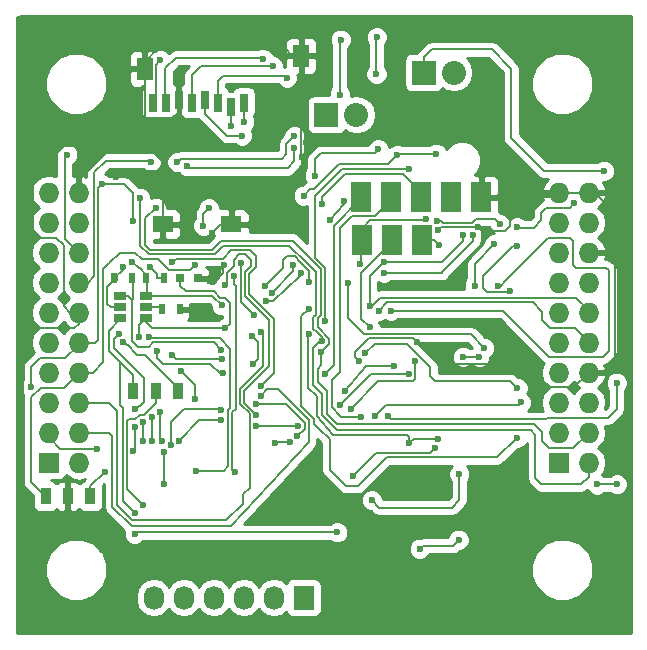
<source format=gbr>
G04 #@! TF.FileFunction,Copper,L2,Bot,Signal*
%FSLAX46Y46*%
G04 Gerber Fmt 4.6, Leading zero omitted, Abs format (unit mm)*
G04 Created by KiCad (PCBNEW 4.0.0-rc2-stable) date 7/22/2016 8:43:14 PM*
%MOMM*%
G01*
G04 APERTURE LIST*
%ADD10C,0.100000*%
%ADD11R,0.800000X0.750000*%
%ADD12R,1.727200X1.727200*%
%ADD13O,1.727200X1.727200*%
%ADD14R,2.032000X2.032000*%
%ADD15O,2.032000X2.032000*%
%ADD16R,1.700000X2.500000*%
%ADD17R,1.727200X2.032000*%
%ADD18O,1.727200X2.032000*%
%ADD19R,0.500000X0.900000*%
%ADD20R,0.749300X1.501140*%
%ADD21R,1.399540X1.899920*%
%ADD22R,1.800860X1.399540*%
%ADD23R,1.060000X0.650000*%
%ADD24R,0.889000X1.399540*%
%ADD25R,0.899160X1.399540*%
%ADD26C,0.600000*%
%ADD27C,0.250000*%
%ADD28C,0.160000*%
%ADD29C,0.254000*%
G04 APERTURE END LIST*
D10*
D11*
X140859200Y-91618800D03*
X139359200Y-91618800D03*
D12*
X128219200Y-107238800D03*
D13*
X130759200Y-107238800D03*
X128219200Y-104698800D03*
X130759200Y-104698800D03*
X128219200Y-102158800D03*
X130759200Y-102158800D03*
X128219200Y-99618800D03*
X130759200Y-99618800D03*
X128219200Y-97078800D03*
X130759200Y-97078800D03*
X128219200Y-94538800D03*
X130759200Y-94538800D03*
X128219200Y-91998800D03*
X130759200Y-91998800D03*
X128219200Y-89458800D03*
X130759200Y-89458800D03*
X128219200Y-86918800D03*
X130759200Y-86918800D03*
X128219200Y-84378800D03*
X130759200Y-84378800D03*
D14*
X159969200Y-74218800D03*
D15*
X162509200Y-74218800D03*
D16*
X164855080Y-84759760D03*
X154695080Y-84759760D03*
X162315080Y-84759760D03*
X159775080Y-84759760D03*
X157235080Y-84759760D03*
D17*
X149809200Y-118668800D03*
D18*
X147269200Y-118668800D03*
X144729200Y-118668800D03*
X142189200Y-118668800D03*
X139649200Y-118668800D03*
X137109200Y-118668800D03*
D16*
X157257560Y-88356480D03*
X154717560Y-88356480D03*
D12*
X171399200Y-107238800D03*
D13*
X173939200Y-107238800D03*
X171399200Y-104698800D03*
X173939200Y-104698800D03*
X171399200Y-102158800D03*
X173939200Y-102158800D03*
X171399200Y-99618800D03*
X173939200Y-99618800D03*
X171399200Y-97078800D03*
X173939200Y-97078800D03*
X171399200Y-94538800D03*
X173939200Y-94538800D03*
X171399200Y-91998800D03*
X173939200Y-91998800D03*
X171399200Y-89458800D03*
X173939200Y-89458800D03*
X171399200Y-86918800D03*
X173939200Y-86918800D03*
X171399200Y-84378800D03*
X173939200Y-84378800D03*
D16*
X159790320Y-88391960D03*
D19*
X135279200Y-91598800D03*
X133779200Y-91598800D03*
X136479200Y-91628800D03*
X137979200Y-91628800D03*
X139329200Y-94268800D03*
X137829200Y-94268800D03*
D20*
X138130280Y-76758800D03*
X137030460Y-76758800D03*
X139230100Y-76558140D03*
X140329920Y-76758800D03*
X144729200Y-76758800D03*
X143629380Y-77157580D03*
X142529560Y-76758800D03*
X141429740Y-76558140D03*
D21*
X136329420Y-73908920D03*
X149578060Y-72809100D03*
D22*
X137878820Y-87058500D03*
X143680180Y-87058500D03*
D23*
X134279200Y-95018800D03*
X134279200Y-94068800D03*
X134279200Y-93118800D03*
X136479200Y-93118800D03*
X136479200Y-95018800D03*
X136479200Y-94068800D03*
D14*
X151724800Y-77787000D03*
D15*
X154264800Y-77787000D03*
D24*
X131742620Y-110095800D03*
D25*
X127942780Y-110095800D03*
D24*
X129842700Y-110095800D03*
X139172120Y-101205800D03*
D25*
X135372280Y-101205800D03*
D24*
X137272200Y-101205800D03*
D26*
X166418700Y-97713300D03*
X143063400Y-90537800D03*
X142072800Y-87807300D03*
X164577200Y-87299300D03*
X162583300Y-92277700D03*
X136738800Y-114337600D03*
X134541700Y-90664800D03*
X133949200Y-83088800D03*
X165021700Y-82219300D03*
X161211700Y-87553300D03*
X159370200Y-97014800D03*
X154480700Y-98602300D03*
X141879200Y-91888800D03*
X142618900Y-83298800D03*
X151115200Y-72884800D03*
X140579200Y-94768800D03*
X149679200Y-81368800D03*
X164132700Y-87972400D03*
X156579200Y-91168800D03*
X156179200Y-94368800D03*
X149794400Y-84645000D03*
X150213500Y-91972900D03*
X146505100Y-92265000D03*
X135367200Y-86816700D03*
X126731200Y-100824800D03*
X160195700Y-86600800D03*
X157719200Y-81203300D03*
X161021200Y-81076300D03*
X160894200Y-106031800D03*
X153972700Y-108381300D03*
X162989700Y-108190800D03*
X155560200Y-110413300D03*
X132719200Y-83688800D03*
X162037200Y-84060800D03*
X154544200Y-90410800D03*
X144579200Y-79568800D03*
X163307200Y-87972400D03*
X161079200Y-86768800D03*
X166418700Y-87045300D03*
X156579200Y-90268800D03*
X155379200Y-93968800D03*
X152639200Y-113143800D03*
X135494200Y-113270800D03*
X135494200Y-111492800D03*
X162926200Y-113778800D03*
X159624200Y-114540800D03*
X175245200Y-82536800D03*
X141310800Y-87172300D03*
X141768000Y-85699100D03*
X136759200Y-90638800D03*
X144479200Y-90368800D03*
X145579200Y-94768800D03*
X151623200Y-95236800D03*
X158735200Y-82409800D03*
X150264300Y-96354400D03*
X161211700Y-105206300D03*
X158735200Y-105587300D03*
X165085200Y-97522800D03*
X153528200Y-92061800D03*
X151369200Y-85330800D03*
X159497200Y-84314800D03*
X164679200Y-98268800D03*
X163279200Y-98268800D03*
X176299300Y-100481900D03*
X155992000Y-71195700D03*
X155966600Y-74332600D03*
X156919100Y-103288600D03*
X168209400Y-102145600D03*
X174635600Y-109092500D03*
X176337400Y-109067100D03*
X152931300Y-71424300D03*
X152842400Y-76085200D03*
X155865000Y-103275900D03*
X153274200Y-101155000D03*
X157479200Y-99068800D03*
X158679200Y-99768800D03*
X152879200Y-102368800D03*
X153779200Y-102668800D03*
X159243200Y-98665800D03*
X151379200Y-96968800D03*
X135979200Y-84868800D03*
X137279200Y-85668800D03*
X151279200Y-97868800D03*
X135875200Y-96633800D03*
X134541700Y-97014800D03*
X143179200Y-95868800D03*
X145539200Y-98918800D03*
X146169200Y-101578800D03*
X145459200Y-96558800D03*
X146189200Y-96208800D03*
X140561500Y-90537800D03*
X136879200Y-81768800D03*
X129779200Y-81168800D03*
X155379200Y-95768800D03*
X142779200Y-97668800D03*
X142860200Y-93928700D03*
X135557700Y-102729800D03*
X132954200Y-108000300D03*
X134160700Y-96316300D03*
X135303700Y-90220300D03*
X150238900Y-94195400D03*
X150734200Y-82943200D03*
X156119000Y-80708000D03*
X167879200Y-105130100D03*
X167904600Y-100964500D03*
X155001400Y-97992700D03*
X167904600Y-88874100D03*
X172705200Y-85267300D03*
X167879200Y-87299300D03*
X167307700Y-92696800D03*
X164285100Y-92252300D03*
X165923400Y-88759800D03*
X161249800Y-88797900D03*
X166228200Y-92252300D03*
X157179200Y-94368800D03*
X143979200Y-108068800D03*
X143879200Y-91468800D03*
X147379200Y-105568800D03*
X148679200Y-105468800D03*
X149279200Y-104168800D03*
X145779200Y-104168800D03*
X149273700Y-104952300D03*
X145749200Y-102288800D03*
X147079200Y-92868800D03*
X148879200Y-90468800D03*
X148379200Y-74668800D03*
X147179200Y-73668800D03*
X146379200Y-73068800D03*
X137679200Y-73168800D03*
X144779200Y-78368800D03*
X143679200Y-78768800D03*
X146579200Y-93568800D03*
X149553100Y-91185500D03*
X142879200Y-98468800D03*
X138679200Y-98168800D03*
X140679200Y-107968800D03*
X136679200Y-96568800D03*
X146179200Y-100768800D03*
X138694600Y-90220300D03*
X137379200Y-97768800D03*
X142979200Y-99668800D03*
X153179200Y-85068800D03*
X152067700Y-86664300D03*
X135494200Y-104190300D03*
X135367200Y-106222300D03*
X136179200Y-103768800D03*
X136179200Y-105368800D03*
X137979200Y-106368800D03*
X137979200Y-109068800D03*
X136979200Y-103368800D03*
X136979200Y-105368800D03*
X143177700Y-92226900D03*
X145779200Y-103168800D03*
X137679200Y-102968800D03*
X137779200Y-105368800D03*
X142779200Y-103668800D03*
X139279200Y-105368800D03*
X138579200Y-105768800D03*
X142779200Y-102768800D03*
X140579200Y-101868800D03*
X139379200Y-99468800D03*
X151579200Y-99768800D03*
X154679200Y-103368800D03*
X149019700Y-79603100D03*
X139088300Y-81812900D03*
X149019700Y-80644500D03*
X139964600Y-82155800D03*
X136192700Y-110857800D03*
X132279200Y-106068800D03*
D27*
X166431400Y-97713300D02*
X166418700Y-97713300D01*
D28*
X129741100Y-95871800D02*
X130388800Y-95871800D01*
X130759200Y-95501400D02*
X130759200Y-94538800D01*
X130388800Y-95871800D02*
X130759200Y-95501400D01*
X129469200Y-93498800D02*
X129469200Y-93974300D01*
X133081200Y-81012800D02*
X132507200Y-80438800D01*
X129479200Y-80438800D02*
X132507200Y-80438800D01*
X126869200Y-83048800D02*
X129479200Y-80438800D01*
X126869200Y-87518800D02*
X126869200Y-83048800D01*
X127549200Y-88198800D02*
X126869200Y-87518800D01*
X128829200Y-88198800D02*
X127549200Y-88198800D01*
X129469200Y-88838800D02*
X128829200Y-88198800D01*
X129469200Y-93498800D02*
X129469200Y-88838800D01*
X129469200Y-93974300D02*
X130033700Y-94538800D01*
X130033700Y-94538800D02*
X130759200Y-94538800D01*
X142207700Y-91888800D02*
X142949100Y-91147400D01*
X142949100Y-91147400D02*
X142949100Y-90652100D01*
X142949100Y-90652100D02*
X143063400Y-90537800D01*
X141879200Y-91888800D02*
X142207700Y-91888800D01*
X142072800Y-87807300D02*
X142821600Y-87058500D01*
X142821600Y-87058500D02*
X143680180Y-87058500D01*
X164882000Y-88785200D02*
X164882000Y-87604100D01*
X162583300Y-92277700D02*
X162367400Y-92061800D01*
X162367400Y-92061800D02*
X162367400Y-91299800D01*
X162367400Y-91299800D02*
X164882000Y-88785200D01*
X164882000Y-87604100D02*
X164577200Y-87299300D01*
X166431400Y-97713300D02*
X168260200Y-97713300D01*
X172695100Y-100862900D02*
X173939200Y-99618800D01*
X170635100Y-100862900D02*
X172695100Y-100862900D01*
X169936600Y-100164400D02*
X170635100Y-100862900D01*
X169936600Y-99389700D02*
X169936600Y-100164400D01*
X168260200Y-97713300D02*
X169936600Y-99389700D01*
X129398200Y-111492800D02*
X132293800Y-111492800D01*
X135138600Y-114337600D02*
X136738800Y-114337600D01*
X132293800Y-111492800D02*
X135138600Y-114337600D01*
X134541700Y-90664800D02*
X134478200Y-90728300D01*
X134478200Y-90728300D02*
X134478200Y-90899800D01*
X133779200Y-91598800D02*
X134478200Y-90899800D01*
X133949200Y-83088800D02*
X134479200Y-82558800D01*
X134479200Y-82558800D02*
X138669200Y-82558800D01*
X129842700Y-111048300D02*
X129842700Y-110095800D01*
X129398200Y-111492800D02*
X129842700Y-111048300D01*
X127239200Y-111492800D02*
X129398200Y-111492800D01*
X126032700Y-110286300D02*
X127239200Y-111492800D01*
X126032700Y-97078300D02*
X126032700Y-110286300D01*
X127239200Y-95871800D02*
X126032700Y-97078300D01*
X129779200Y-95871800D02*
X129741100Y-95871800D01*
X129741100Y-95871800D02*
X127239200Y-95871800D01*
X164855080Y-82385920D02*
X164855080Y-84759760D01*
X165021700Y-82219300D02*
X164855080Y-82385920D01*
X164577200Y-87299300D02*
X165190202Y-87299300D01*
X165190202Y-87299300D02*
X165529700Y-87638798D01*
X165529700Y-87638798D02*
X166841202Y-87638798D01*
X166841202Y-87638798D02*
X167307700Y-87172300D01*
X167307700Y-87172300D02*
X167307700Y-84759760D01*
X161465700Y-87299300D02*
X164577200Y-87299300D01*
X161211700Y-87553300D02*
X161465700Y-87299300D01*
X159370200Y-97014800D02*
X159560700Y-97014800D01*
X166418700Y-97967300D02*
X166418700Y-97713300D01*
X165466200Y-98919800D02*
X166418700Y-97967300D01*
X161465700Y-98919800D02*
X165466200Y-98919800D01*
X159560700Y-97014800D02*
X161465700Y-98919800D01*
X154163200Y-97903800D02*
X154163200Y-98284800D01*
X159370200Y-97014800D02*
X159065202Y-96709802D01*
X159065202Y-96709802D02*
X155357198Y-96709802D01*
X155357198Y-96709802D02*
X154163200Y-97903800D01*
X154163200Y-98284800D02*
X154480700Y-98602300D01*
X140859200Y-91618800D02*
X141609200Y-91618800D01*
X141609200Y-91618800D02*
X141879200Y-91888800D01*
X133779200Y-91598800D02*
X133899200Y-91598800D01*
X138669200Y-82536800D02*
X138669200Y-82558800D01*
X137145200Y-81012800D02*
X138669200Y-82536800D01*
X133081200Y-81012800D02*
X137145200Y-81012800D01*
X138669200Y-82558800D02*
X138669200Y-83358800D01*
X138669200Y-83358800D02*
X138679200Y-83368800D01*
X130759200Y-83334800D02*
X133081200Y-81012800D01*
X130759200Y-84378800D02*
X130759200Y-83334800D01*
X142618900Y-83298800D02*
X142618900Y-83368800D01*
X142618900Y-83368800D02*
X142618900Y-83298800D01*
X142618900Y-83298800D02*
X142618900Y-83368800D01*
X151039500Y-72809100D02*
X149578060Y-72809100D01*
X151115200Y-72884800D02*
X151039500Y-72809100D01*
X164855080Y-84759760D02*
X167307700Y-84759760D01*
X167307700Y-84759760D02*
X171018240Y-84759760D01*
X171018240Y-84759760D02*
X171399200Y-84378800D01*
X139329200Y-94268800D02*
X140079200Y-94268800D01*
X140079200Y-94268800D02*
X140579200Y-94768800D01*
X133829200Y-91468800D02*
X133829200Y-91718800D01*
X133829200Y-91718800D02*
X133179200Y-92368800D01*
X133179200Y-92368800D02*
X133179200Y-93768800D01*
X133179200Y-93768800D02*
X133479200Y-94068800D01*
X133479200Y-94068800D02*
X134279200Y-94068800D01*
X173939200Y-99618800D02*
X175029200Y-99618800D01*
X175029200Y-99618800D02*
X176179200Y-98468800D01*
X176179200Y-98468800D02*
X176179200Y-88468800D01*
X173939200Y-84378800D02*
X174489200Y-84378800D01*
X174489200Y-84378800D02*
X176179200Y-86068800D01*
X175189200Y-89458800D02*
X173939200Y-89458800D01*
X176179200Y-88468800D02*
X175189200Y-89458800D01*
X176179200Y-86068800D02*
X176179200Y-88468800D01*
X171399200Y-84378800D02*
X173939200Y-84378800D01*
X144379200Y-83368800D02*
X142618900Y-83368800D01*
X142618900Y-83368800D02*
X138679200Y-83368800D01*
X137878820Y-84169180D02*
X137878820Y-87058500D01*
X138679200Y-83368800D02*
X137878820Y-84169180D01*
X149679200Y-81368800D02*
X149679200Y-82768800D01*
X149679200Y-82768800D02*
X149079200Y-83368800D01*
X149079200Y-83368800D02*
X144379200Y-83368800D01*
X143680180Y-84067820D02*
X143680180Y-87058500D01*
X144379200Y-83368800D02*
X143680180Y-84067820D01*
X149578060Y-72809100D02*
X149578060Y-81267660D01*
X149578060Y-81267660D02*
X149679200Y-81368800D01*
X136329420Y-73908920D02*
X136329420Y-73318580D01*
X136329420Y-73318580D02*
X137479200Y-72168800D01*
X148819500Y-72809100D02*
X149578060Y-72809100D01*
X148179200Y-72168800D02*
X148819500Y-72809100D01*
X137479200Y-72168800D02*
X148179200Y-72168800D01*
X139230100Y-76558140D02*
X139230100Y-77517900D01*
X136329420Y-77919020D02*
X136329420Y-73908920D01*
X136479200Y-78068800D02*
X136329420Y-77919020D01*
X138679200Y-78068800D02*
X136479200Y-78068800D01*
X139230100Y-77517900D02*
X138679200Y-78068800D01*
X161453000Y-91168800D02*
X161469700Y-91168800D01*
X161469700Y-91168800D02*
X164132700Y-88505800D01*
X164132700Y-88505800D02*
X164132700Y-87972400D01*
X161479200Y-91168800D02*
X161453000Y-91168800D01*
X161453000Y-91168800D02*
X156579200Y-91168800D01*
X173939200Y-97078800D02*
X173939200Y-97028800D01*
X173939200Y-97028800D02*
X172779200Y-95868800D01*
X172779200Y-95868800D02*
X170679200Y-95868800D01*
X170679200Y-95868800D02*
X169979200Y-95168800D01*
X169979200Y-95168800D02*
X169979200Y-94468800D01*
X169979200Y-94468800D02*
X169179200Y-93668800D01*
X169179200Y-93668800D02*
X156879200Y-93668800D01*
X156879200Y-93668800D02*
X156179200Y-94368800D01*
X156982600Y-81939900D02*
X157719200Y-81203300D01*
X152804300Y-81939900D02*
X156982600Y-81939900D01*
X150658000Y-84086200D02*
X152804300Y-81939900D01*
X150353200Y-84086200D02*
X150658000Y-84086200D01*
X149794400Y-84645000D02*
X150353200Y-84086200D01*
X149457753Y-90214047D02*
X149457753Y-90277353D01*
X150213500Y-91033100D02*
X150213500Y-91972900D01*
X149457753Y-90277353D02*
X150213500Y-91033100D01*
X146505100Y-92265000D02*
X148041800Y-90728300D01*
X148041800Y-90728300D02*
X148041800Y-90118700D01*
X148041800Y-90118700D02*
X148372000Y-89788500D01*
X148372000Y-89788500D02*
X149032206Y-89788500D01*
X149032206Y-89788500D02*
X149457753Y-90214047D01*
X149457753Y-90214047D02*
X149464103Y-90220397D01*
X134626900Y-83688800D02*
X135367200Y-84429100D01*
X132719200Y-83688800D02*
X134626900Y-83688800D01*
X135367200Y-84429100D02*
X135367200Y-86816700D01*
X130759200Y-97078800D02*
X130759200Y-97241300D01*
X130759200Y-97241300D02*
X129588700Y-98411800D01*
X126731200Y-99173800D02*
X126731200Y-100824800D01*
X127493200Y-98411800D02*
X126731200Y-99173800D01*
X129588700Y-98411800D02*
X127493200Y-98411800D01*
X154717560Y-88356480D02*
X154717560Y-87443440D01*
X154717560Y-87443440D02*
X155433200Y-86727800D01*
X160068700Y-86727800D02*
X160195700Y-86600800D01*
X155433200Y-86727800D02*
X160068700Y-86727800D01*
X157719200Y-81203300D02*
X157846200Y-81076300D01*
X157846200Y-81076300D02*
X161021200Y-81076300D01*
X160513200Y-106412800D02*
X160894200Y-106031800D01*
X155941200Y-106412800D02*
X160513200Y-106412800D01*
X153972700Y-108381300D02*
X155941200Y-106412800D01*
X162989700Y-110413300D02*
X162989700Y-108190800D01*
X162354700Y-111048300D02*
X162989700Y-110413300D01*
X156195200Y-111048300D02*
X162354700Y-111048300D01*
X155560200Y-110413300D02*
X156195200Y-111048300D01*
X132169200Y-97078800D02*
X130759200Y-97078800D01*
X132419200Y-96828800D02*
X132169200Y-97078800D01*
X132419200Y-83988800D02*
X132419200Y-96828800D01*
X132719200Y-83688800D02*
X132419200Y-83988800D01*
X162037200Y-84060800D02*
X162315080Y-84338680D01*
X162315080Y-84338680D02*
X162315080Y-84759760D01*
X154682560Y-90272440D02*
X154717560Y-88356480D01*
X154544200Y-90410800D02*
X154682560Y-90272440D01*
X141429740Y-77719340D02*
X141429740Y-76558140D01*
X143279200Y-79568800D02*
X141429740Y-77719340D01*
X144579200Y-79568800D02*
X143279200Y-79568800D01*
X161453000Y-90268800D02*
X161518800Y-90268800D01*
X163307200Y-88480400D02*
X163307200Y-87972400D01*
X161518800Y-90268800D02*
X163307200Y-88480400D01*
X164386700Y-86600800D02*
X165974200Y-86600800D01*
X161455702Y-86768800D02*
X161605202Y-86918300D01*
X161605202Y-86918300D02*
X164069200Y-86918300D01*
X164069200Y-86918300D02*
X164386700Y-86600800D01*
X161079200Y-86768800D02*
X161455702Y-86768800D01*
X165974200Y-86600800D02*
X166418700Y-87045300D01*
X161479200Y-90268800D02*
X161453000Y-90268800D01*
X161453000Y-90268800D02*
X156579200Y-90268800D01*
X155379200Y-93968800D02*
X155379200Y-91468800D01*
X155379200Y-91468800D02*
X156579200Y-90268800D01*
X173939200Y-94538800D02*
X173939200Y-94328800D01*
X173939200Y-94328800D02*
X172879200Y-93268800D01*
X155579200Y-93968800D02*
X155379200Y-93968800D01*
X156279200Y-93268800D02*
X155579200Y-93968800D01*
X172879200Y-93268800D02*
X156279200Y-93268800D01*
X173939200Y-94538800D02*
X173939200Y-94528800D01*
X134279200Y-95018800D02*
X134279200Y-95118300D01*
X134279200Y-95118300D02*
X133335200Y-96062300D01*
X133335200Y-96062300D02*
X133335200Y-97776800D01*
X133335200Y-97776800D02*
X134279200Y-98720800D01*
X135372280Y-101205800D02*
X135372280Y-99813880D01*
X135372280Y-99813880D02*
X134279200Y-98720800D01*
X134279200Y-98720800D02*
X134279200Y-102403800D01*
X135621200Y-113143800D02*
X152639200Y-113143800D01*
X135494200Y-113270800D02*
X135621200Y-113143800D01*
X134478200Y-110476800D02*
X135494200Y-111492800D01*
X134478200Y-102602800D02*
X134478200Y-110476800D01*
X134279200Y-102403800D02*
X134478200Y-102602800D01*
X162418200Y-114286800D02*
X162926200Y-113778800D01*
X159878200Y-114286800D02*
X162418200Y-114286800D01*
X159624200Y-114540800D02*
X159878200Y-114286800D01*
X159969200Y-74218800D02*
X159969200Y-72920800D01*
X170165200Y-82536800D02*
X175245200Y-82536800D01*
X167371200Y-79742800D02*
X170165200Y-82536800D01*
X167371200Y-73900800D02*
X167371200Y-79742800D01*
X165720200Y-72249800D02*
X167371200Y-73900800D01*
X160640200Y-72249800D02*
X165720200Y-72249800D01*
X159969200Y-72920800D02*
X160640200Y-72249800D01*
X141298100Y-86169000D02*
X141310800Y-87172300D01*
X141768000Y-85699100D02*
X141298100Y-86169000D01*
X137979200Y-91628800D02*
X137359200Y-91628800D01*
X137379200Y-91258800D02*
X136759200Y-90638800D01*
X137379200Y-91608800D02*
X137379200Y-91258800D01*
X137359200Y-91628800D02*
X137379200Y-91608800D01*
X144479200Y-93668800D02*
X144479200Y-90368800D01*
X145579200Y-94768800D02*
X144479200Y-93668800D01*
X151623200Y-90746802D02*
X151623200Y-95236800D01*
X150797700Y-89921302D02*
X151623200Y-90746802D01*
X150797700Y-84632300D02*
X150797700Y-89921302D01*
X153020200Y-82409800D02*
X150797700Y-84632300D01*
X158735200Y-82409800D02*
X153020200Y-82409800D01*
X158735200Y-105079300D02*
X158735200Y-105587300D01*
X158519300Y-104863400D02*
X158735200Y-105079300D01*
X152309000Y-104863400D02*
X158519300Y-104863400D01*
X150936725Y-103278190D02*
X152309000Y-104863400D01*
X150937400Y-101637600D02*
X150936725Y-103278190D01*
X150188100Y-100888300D02*
X150937400Y-101637600D01*
X150188100Y-96430600D02*
X150188100Y-100888300D01*
X150264300Y-96354400D02*
X150188100Y-96430600D01*
X159116200Y-105206300D02*
X161211700Y-105206300D01*
X158735200Y-105587300D02*
X159116200Y-105206300D01*
X151369200Y-85330800D02*
X151369200Y-84759300D01*
X165085200Y-97522800D02*
X163942200Y-96379800D01*
X163942200Y-96379800D02*
X154925200Y-96379800D01*
X154925200Y-96379800D02*
X153528200Y-94982800D01*
X153528200Y-94982800D02*
X153528200Y-92061800D01*
X153337700Y-82790800D02*
X158227200Y-82790800D01*
X159775080Y-84338680D02*
X158227200Y-82790800D01*
X151369200Y-84759300D02*
X153337700Y-82790800D01*
X159775080Y-84338680D02*
X159775080Y-84759760D01*
X159775080Y-84759760D02*
X159775080Y-85941920D01*
X159497200Y-84314800D02*
X159775080Y-84592680D01*
X159775080Y-84592680D02*
X159775080Y-84759760D01*
X163279200Y-98268800D02*
X164679200Y-98268800D01*
X167688700Y-103580700D02*
X170355700Y-103580700D01*
X176299300Y-102717100D02*
X176299300Y-100481900D01*
X175588100Y-103428300D02*
X176299300Y-102717100D01*
X170508100Y-103428300D02*
X175588100Y-103428300D01*
X170355700Y-103580700D02*
X170508100Y-103428300D01*
X155992000Y-71195700D02*
X155966600Y-71221100D01*
X155966600Y-71221100D02*
X155966600Y-74332600D01*
X157211200Y-103580700D02*
X167688700Y-103580700D01*
X167688700Y-103580700D02*
X167764900Y-103580700D01*
X156919100Y-103288600D02*
X157211200Y-103580700D01*
X168006200Y-102386900D02*
X168006200Y-102348800D01*
X168006200Y-102348800D02*
X168209400Y-102145600D01*
X174635600Y-109092500D02*
X174661000Y-109067100D01*
X174661000Y-109067100D02*
X176337400Y-109067100D01*
X152931300Y-71424300D02*
X152842400Y-71513200D01*
X152842400Y-71513200D02*
X152842400Y-76085200D01*
X156754000Y-102386900D02*
X168006200Y-102386900D01*
X168006200Y-102386900D02*
X168044300Y-102386900D01*
X155865000Y-103275900D02*
X156754000Y-102386900D01*
X153274200Y-101155000D02*
X155079200Y-99068800D01*
X155079200Y-99068800D02*
X157479200Y-99068800D01*
X155479200Y-99768800D02*
X158679200Y-99768800D01*
X152879200Y-102368800D02*
X155479200Y-99768800D01*
X153779200Y-102668800D02*
X156079200Y-100368800D01*
X156079200Y-100368800D02*
X158879200Y-100368800D01*
X159064200Y-100368800D02*
X158879200Y-100368800D01*
X159243200Y-100189800D02*
X159064200Y-100368800D01*
X159243200Y-98665800D02*
X159243200Y-100189800D01*
X168895200Y-104507800D02*
X169022200Y-104507800D01*
X169022200Y-104507800D02*
X169415900Y-104901500D01*
X173939200Y-108430000D02*
X173939200Y-107238800D01*
X173276700Y-109092500D02*
X173939200Y-108430000D01*
X169923900Y-109092500D02*
X173276700Y-109092500D01*
X169415900Y-108584500D02*
X169923900Y-109092500D01*
X169415900Y-104901500D02*
X169415900Y-108584500D01*
X150810400Y-94538300D02*
X150810400Y-94716100D01*
X150632600Y-95888894D02*
X150965906Y-96222200D01*
X150632600Y-94893900D02*
X150632600Y-95888894D01*
X150810400Y-94716100D02*
X150632600Y-94893900D01*
X150081850Y-90355350D02*
X150810400Y-91083900D01*
X150810400Y-91083900D02*
X150810400Y-94538300D01*
X150810400Y-94538300D02*
X150810400Y-94576400D01*
X150065750Y-90355350D02*
X150081850Y-90355350D01*
X151379200Y-96635494D02*
X151379200Y-96968800D01*
X150965906Y-96222200D02*
X151379200Y-96635494D01*
X151379200Y-96968800D02*
X151161200Y-96968800D01*
X151161200Y-96968800D02*
X150607200Y-97522800D01*
X150607200Y-97522800D02*
X150607200Y-100697800D01*
X150607200Y-100697800D02*
X151369200Y-101459800D01*
X151369200Y-101459800D02*
X151369200Y-103237800D01*
X151369200Y-103237800D02*
X152639200Y-104507800D01*
X152639200Y-104507800D02*
X168895200Y-104507800D01*
X135979200Y-88868800D02*
X135979200Y-84868800D01*
X136679200Y-89568800D02*
X135979200Y-88868800D01*
X142279200Y-89568800D02*
X136679200Y-89568800D01*
X142979200Y-88868800D02*
X142279200Y-89568800D01*
X148579200Y-88868800D02*
X142979200Y-88868800D01*
X150079200Y-90368800D02*
X150065750Y-90355350D01*
X150065750Y-90355350D02*
X148579200Y-88868800D01*
X168920600Y-103999800D02*
X169314300Y-103999800D01*
X172618900Y-106019100D02*
X173939200Y-104698800D01*
X170571600Y-106019100D02*
X172618900Y-106019100D01*
X169974700Y-105422200D02*
X170571600Y-106019100D01*
X169974700Y-104660200D02*
X169974700Y-105422200D01*
X169314300Y-103999800D02*
X169974700Y-104660200D01*
X150479200Y-90068800D02*
X150479200Y-90069496D01*
X150479200Y-90068800D02*
X148879200Y-88468800D01*
X148879200Y-88468800D02*
X142779200Y-88468800D01*
X142779200Y-88468800D02*
X142009202Y-89238798D01*
X142009202Y-89238798D02*
X136815892Y-89238798D01*
X136815892Y-89238798D02*
X136379200Y-88802106D01*
X136379200Y-88802106D02*
X136379200Y-86568800D01*
X136379200Y-86568800D02*
X137279200Y-85668800D01*
X151000900Y-94995500D02*
X151000900Y-95790500D01*
X151229500Y-94766900D02*
X151000900Y-94995500D01*
X151229500Y-90819796D02*
X151229500Y-94766900D01*
X150479200Y-90069496D02*
X151229500Y-90819796D01*
X151279200Y-97868800D02*
X151279200Y-99009800D01*
X152639200Y-103999800D02*
X168920600Y-103999800D01*
X151750200Y-103110800D02*
X152639200Y-103999800D01*
X151750200Y-101205800D02*
X151750200Y-103110800D01*
X150988200Y-100443800D02*
X151750200Y-101205800D01*
X150988200Y-99300800D02*
X150988200Y-100443800D01*
X151279200Y-99009800D02*
X150988200Y-99300800D01*
X151979200Y-96768800D02*
X151000900Y-95790500D01*
X151979200Y-97168800D02*
X151979200Y-96768800D01*
X151279200Y-97868800D02*
X151979200Y-97168800D01*
X139826450Y-92746050D02*
X142172850Y-92746050D01*
X143177700Y-93319100D02*
X143569198Y-93710598D01*
X142745900Y-93319100D02*
X143177700Y-93319100D01*
X142172850Y-92746050D02*
X142745900Y-93319100D01*
X134890950Y-97300550D02*
X134827450Y-97300550D01*
X135875200Y-95617800D02*
X136474200Y-95018800D01*
X135875200Y-96633800D02*
X135875200Y-95617800D01*
X134827450Y-97300550D02*
X134541700Y-97014800D01*
X136474200Y-95018800D02*
X136479200Y-95018800D01*
X139172120Y-101205800D02*
X139172120Y-100883220D01*
X139172120Y-100883220D02*
X136383200Y-98094300D01*
X136383200Y-98094300D02*
X135684700Y-98094300D01*
X135684700Y-98094300D02*
X134890950Y-97300550D01*
X134890950Y-97300550D02*
X134859200Y-97268800D01*
X139359200Y-91618800D02*
X139359200Y-92278800D01*
X143569198Y-95478802D02*
X143179200Y-95868800D01*
X143569198Y-93710598D02*
X143569198Y-95478802D01*
X139359200Y-92278800D02*
X139826450Y-92746050D01*
X139826450Y-92746050D02*
X139829200Y-92748800D01*
X136479200Y-95018800D02*
X136479200Y-95368800D01*
X136479200Y-95368800D02*
X136979200Y-95868800D01*
X136979200Y-95868800D02*
X143179200Y-95868800D01*
X150212050Y-105525734D02*
X150285159Y-103660062D01*
X150285159Y-103660062D02*
X147636200Y-101028800D01*
X150212050Y-105525734D02*
X143609200Y-112648800D01*
X143609200Y-112648800D02*
X135259200Y-112648800D01*
X135259200Y-112648800D02*
X133609200Y-110998800D01*
X133609200Y-110998800D02*
X133609200Y-104948800D01*
X133609200Y-104948800D02*
X133359200Y-104698800D01*
X133359200Y-104698800D02*
X130759200Y-104698800D01*
X145959200Y-98498800D02*
X145539200Y-98918800D01*
X146169200Y-101578800D02*
X146719200Y-101028800D01*
X145459200Y-96558800D02*
X145959200Y-97058800D01*
X145959200Y-97058800D02*
X145959200Y-98498800D01*
X147636200Y-101028800D02*
X146719200Y-101028800D01*
X144430200Y-100997800D02*
X144430200Y-102286494D01*
X145222400Y-109359200D02*
X144649200Y-109932400D01*
X145222400Y-103078694D02*
X145222400Y-109359200D01*
X144430200Y-102286494D02*
X145222400Y-103078694D01*
X145799200Y-99628800D02*
X144430200Y-100997800D01*
X144430200Y-100997800D02*
X144389200Y-101038800D01*
X146339200Y-99088800D02*
X145799200Y-99628800D01*
X146339200Y-96358800D02*
X146339200Y-99088800D01*
X146189200Y-96208800D02*
X146339200Y-96358800D01*
X144649200Y-109932400D02*
X144649200Y-110708800D01*
X133309200Y-102158800D02*
X130759200Y-102158800D01*
X134009200Y-102858800D02*
X133309200Y-102158800D01*
X134009200Y-110818800D02*
X134009200Y-102858800D01*
X135299200Y-112108800D02*
X134009200Y-110818800D01*
X143249200Y-112108800D02*
X135299200Y-112108800D01*
X144649200Y-110708800D02*
X143249200Y-112108800D01*
X138419200Y-90908800D02*
X140190500Y-90908800D01*
X132799200Y-90883300D02*
X133341201Y-90341299D01*
X135557700Y-89458300D02*
X136098200Y-89998800D01*
X134224200Y-89458300D02*
X135557700Y-89458300D01*
X133341201Y-90341299D02*
X134224200Y-89458300D01*
X136098200Y-89998800D02*
X137509200Y-89998800D01*
X137509200Y-89998800D02*
X138419200Y-90908800D01*
X132799200Y-91045800D02*
X132799200Y-90883300D01*
X140190500Y-90908800D02*
X140561500Y-90537800D01*
X127942780Y-110095800D02*
X127937700Y-110095800D01*
X127937700Y-110095800D02*
X126731200Y-108889300D01*
X126731200Y-108889300D02*
X126731200Y-101713800D01*
X126731200Y-101713800D02*
X127556700Y-100888300D01*
X127556700Y-100888300D02*
X129489700Y-100888300D01*
X129489700Y-100888300D02*
X130759200Y-99618800D01*
X131939200Y-99618800D02*
X130759200Y-99618800D01*
X132799200Y-98758800D02*
X131939200Y-99618800D01*
X132799200Y-90958802D02*
X132799200Y-91045800D01*
X132799200Y-91045800D02*
X132799200Y-98758800D01*
X130759200Y-99618800D02*
X130759200Y-99428800D01*
X130823200Y-99554800D02*
X130759200Y-99618800D01*
X136879200Y-81768800D02*
X136779200Y-81668800D01*
X136779200Y-81668800D02*
X133079200Y-81668800D01*
X133079200Y-81668800D02*
X132079200Y-82668800D01*
X132079200Y-82668800D02*
X132079200Y-91468800D01*
X132079200Y-91468800D02*
X131549200Y-91998800D01*
X131549200Y-91998800D02*
X130759200Y-91998800D01*
X129579200Y-88278800D02*
X130759200Y-89458800D01*
X129579200Y-81368800D02*
X129579200Y-88278800D01*
X129779200Y-81168800D02*
X129579200Y-81368800D01*
X154679200Y-91807800D02*
X154679200Y-91164800D01*
X154679200Y-91164800D02*
X157257560Y-88586440D01*
X157257560Y-88586440D02*
X157257560Y-88356480D01*
X154679200Y-95068800D02*
X154679200Y-91807800D01*
X154679200Y-91807800D02*
X154679200Y-91668800D01*
X155379200Y-95768800D02*
X154679200Y-95068800D01*
X135329200Y-91468800D02*
X135329200Y-93418800D01*
X135329200Y-93418800D02*
X135279200Y-93468800D01*
X137979200Y-97068800D02*
X137079200Y-97068800D01*
X142779200Y-97668800D02*
X142179200Y-97068800D01*
X142179200Y-97068800D02*
X137979200Y-97068800D01*
X134929200Y-93118800D02*
X134279200Y-93118800D01*
X135279200Y-93468800D02*
X134929200Y-93118800D01*
X135279200Y-96968800D02*
X135279200Y-93468800D01*
X135779200Y-97468800D02*
X135279200Y-96968800D01*
X136679200Y-97468800D02*
X135779200Y-97468800D01*
X137079200Y-97068800D02*
X136679200Y-97468800D01*
X140929800Y-93118800D02*
X142050300Y-93118800D01*
X142050300Y-93118800D02*
X142860200Y-93928700D01*
X135843450Y-102444050D02*
X135557700Y-102729800D01*
X135906950Y-102444050D02*
X135843450Y-102444050D01*
X131742620Y-109211880D02*
X131742620Y-110095800D01*
X132954200Y-108000300D02*
X131742620Y-109211880D01*
X135938700Y-90791800D02*
X135875200Y-90791800D01*
X136479200Y-91332300D02*
X135938700Y-90791800D01*
X136256200Y-102094800D02*
X135906950Y-102444050D01*
X135906950Y-102444050D02*
X135875200Y-102475800D01*
X136256200Y-100062800D02*
X136256200Y-102094800D01*
X133716200Y-97522800D02*
X136256200Y-100062800D01*
X133716200Y-96760800D02*
X133716200Y-97522800D01*
X134160700Y-96316300D02*
X133716200Y-96760800D01*
X135875200Y-90791800D02*
X135303700Y-90220300D01*
X136479200Y-91628800D02*
X136479200Y-91332300D01*
X141029200Y-93118800D02*
X140929800Y-93118800D01*
X140929800Y-93118800D02*
X136479200Y-93118800D01*
X136529200Y-91468800D02*
X136529200Y-93068800D01*
X136529200Y-93068800D02*
X136479200Y-93118800D01*
X136479200Y-94068800D02*
X137629200Y-94068800D01*
X137629200Y-94068800D02*
X137829200Y-94268800D01*
X156119000Y-80708000D02*
X156119000Y-80746100D01*
X151115200Y-104393500D02*
X150658000Y-103936300D01*
X150658000Y-103936300D02*
X150658000Y-103517200D01*
X150658000Y-103517200D02*
X149591200Y-102450400D01*
X149591200Y-102450400D02*
X149591200Y-94843100D01*
X149591200Y-94843100D02*
X150238900Y-94195400D01*
X152004200Y-105257100D02*
X151140600Y-104393500D01*
X152004200Y-107860600D02*
X152004200Y-105257100D01*
X153350400Y-109206800D02*
X152004200Y-107860600D01*
X154417200Y-109206800D02*
X153350400Y-109206800D01*
X156817500Y-106806500D02*
X154417200Y-109206800D01*
X166202800Y-106806500D02*
X156817500Y-106806500D01*
X167879200Y-105130100D02*
X166202800Y-106806500D01*
X151140600Y-104393500D02*
X151115200Y-104393500D01*
X150734200Y-81571600D02*
X150734200Y-82943200D01*
X151267600Y-81038200D02*
X150734200Y-81571600D01*
X155826900Y-81038200D02*
X151267600Y-81038200D01*
X156119000Y-80746100D02*
X155826900Y-81038200D01*
X167295000Y-100354900D02*
X167904600Y-100964500D01*
X160945000Y-100354900D02*
X167295000Y-100354900D01*
X160513200Y-99923100D02*
X160945000Y-100354900D01*
X160513200Y-99135700D02*
X160513200Y-99923100D01*
X158544700Y-97167200D02*
X160513200Y-99135700D01*
X155826900Y-97167200D02*
X158544700Y-97167200D01*
X155001400Y-97992700D02*
X155826900Y-97167200D01*
X166183750Y-90252050D02*
X166183750Y-90239350D01*
X167549000Y-88874100D02*
X167904600Y-88874100D01*
X166183750Y-90239350D02*
X167549000Y-88874100D01*
X172324200Y-85648300D02*
X172705200Y-85267300D01*
X170355700Y-85648300D02*
X172324200Y-85648300D01*
X169911200Y-86092800D02*
X170355700Y-85648300D01*
X169911200Y-86727800D02*
X169911200Y-86092800D01*
X169276200Y-87362800D02*
X169911200Y-86727800D01*
X167942700Y-87362800D02*
X169276200Y-87362800D01*
X167879200Y-87299300D02*
X167942700Y-87362800D01*
X165351900Y-92823800D02*
X165326500Y-92823800D01*
X164970900Y-91464900D02*
X166183750Y-90252050D01*
X166183750Y-90252050D02*
X166202800Y-90233000D01*
X164970900Y-92468200D02*
X164970900Y-91464900D01*
X165326500Y-92823800D02*
X164970900Y-92468200D01*
X167180700Y-92823800D02*
X165351900Y-92823800D01*
X165351900Y-92823800D02*
X165339200Y-92823800D01*
X167307700Y-92696800D02*
X167180700Y-92823800D01*
X164285100Y-90398100D02*
X164285100Y-92252300D01*
X165923400Y-88759800D02*
X164285100Y-90398100D01*
X159790320Y-88391960D02*
X160843860Y-88391960D01*
X160843860Y-88391960D02*
X161249800Y-88797900D01*
X166869950Y-91878050D02*
X166869950Y-91864550D01*
X172832200Y-90728300D02*
X175435700Y-90728300D01*
X172641700Y-90537800D02*
X172832200Y-90728300D01*
X172641700Y-88505800D02*
X172641700Y-90537800D01*
X172387700Y-88251800D02*
X172641700Y-88505800D01*
X170482700Y-88251800D02*
X172387700Y-88251800D01*
X166869950Y-91864550D02*
X170482700Y-88251800D01*
X175679200Y-91553800D02*
X175679200Y-90971800D01*
X175679200Y-90971800D02*
X175435700Y-90728300D01*
X166879200Y-91868800D02*
X166869950Y-91878050D01*
X166869950Y-91878050D02*
X166479200Y-92268800D01*
X166479200Y-92268800D02*
X166228200Y-92252300D01*
X166679200Y-94368800D02*
X157179200Y-94368800D01*
X170579200Y-98268800D02*
X166679200Y-94368800D01*
X175179200Y-98268800D02*
X170579200Y-98268800D01*
X175679200Y-97768800D02*
X175179200Y-98268800D01*
X175679200Y-91368800D02*
X175679200Y-91553800D01*
X175679200Y-91553800D02*
X175679200Y-97768800D01*
X143879200Y-91468800D02*
X143879200Y-92148800D01*
X143769200Y-107858800D02*
X143979200Y-108068800D01*
X143769200Y-102978802D02*
X143769200Y-107858800D01*
X144051600Y-102696402D02*
X143769200Y-102978802D01*
X144051600Y-92321200D02*
X144051600Y-102696402D01*
X143879200Y-92148800D02*
X144051600Y-92321200D01*
X143879200Y-91468800D02*
X143979200Y-91568800D01*
X148679200Y-105468800D02*
X147479200Y-105468800D01*
X147479200Y-105468800D02*
X147379200Y-105568800D01*
X148679200Y-105468800D02*
X148679200Y-105568800D01*
X149279200Y-104168800D02*
X146379200Y-104168800D01*
X146379200Y-104168800D02*
X145779200Y-104168800D01*
X149908700Y-104380800D02*
X149908700Y-103872800D01*
X149908700Y-103872800D02*
X148324700Y-102288800D01*
X149273700Y-104952300D02*
X149591200Y-104634800D01*
X149591200Y-104634800D02*
X149654700Y-104634800D01*
X149654700Y-104634800D02*
X149908700Y-104380800D01*
X148324700Y-102288800D02*
X145749200Y-102288800D01*
X148897450Y-91050550D02*
X147079200Y-92868800D01*
X148897450Y-90450550D02*
X148897450Y-91050550D01*
X148879200Y-90468800D02*
X148897450Y-90450550D01*
X142529560Y-74918440D02*
X142529560Y-76758800D01*
X142979200Y-74468800D02*
X142529560Y-74918440D01*
X148179200Y-74468800D02*
X142979200Y-74468800D01*
X148379200Y-74668800D02*
X148179200Y-74468800D01*
X140329920Y-74418080D02*
X140329920Y-76758800D01*
X141079200Y-73668800D02*
X140329920Y-74418080D01*
X147179200Y-73668800D02*
X141079200Y-73668800D01*
X138079200Y-73868800D02*
X138079200Y-76707720D01*
X138979200Y-72968800D02*
X138079200Y-73868800D01*
X146279200Y-72968800D02*
X138979200Y-72968800D01*
X146379200Y-73068800D02*
X146279200Y-72968800D01*
X138079200Y-76707720D02*
X138130280Y-76758800D01*
X137279200Y-73568800D02*
X137279200Y-76510060D01*
X137679200Y-73168800D02*
X137279200Y-73568800D01*
X137279200Y-76510060D02*
X137030460Y-76758800D01*
X144729200Y-78318800D02*
X144729200Y-76758800D01*
X144779200Y-78368800D02*
X144729200Y-78318800D01*
X143629380Y-78718980D02*
X143629380Y-77157580D01*
X143679200Y-78768800D02*
X143629380Y-78718980D01*
X147179200Y-93568800D02*
X146579200Y-93568800D01*
X149502300Y-91436200D02*
X147179200Y-93568800D01*
X149489600Y-91249000D02*
X149502300Y-91436200D01*
X149553100Y-91185500D02*
X149489600Y-91249000D01*
X138979200Y-98468800D02*
X142879200Y-98468800D01*
X138679200Y-98168800D02*
X138979200Y-98468800D01*
X143532871Y-97645591D02*
X143532871Y-102595129D01*
X143379200Y-102748800D02*
X143379200Y-107562550D01*
X143532871Y-102595129D02*
X143379200Y-102748800D01*
X143379200Y-107562550D02*
X143079200Y-107968800D01*
X143079200Y-107968800D02*
X140679200Y-107968800D01*
X142679200Y-96668800D02*
X143532871Y-97645591D01*
X143532871Y-97645591D02*
X143535104Y-97648146D01*
X136779200Y-96668800D02*
X142679200Y-96668800D01*
X136679200Y-96568800D02*
X136779200Y-96668800D01*
X145222400Y-89268800D02*
X145248800Y-89268800D01*
X146589200Y-94368800D02*
X147329200Y-95108800D01*
X147329200Y-95108800D02*
X147329200Y-99618800D01*
X147329200Y-99618800D02*
X146579200Y-100368800D01*
X146579200Y-100368800D02*
X146179200Y-100768800D01*
X145879200Y-93668800D02*
X146579200Y-94368800D01*
X146579200Y-94368800D02*
X146589200Y-94368800D01*
X145171600Y-92961200D02*
X145879200Y-93668800D01*
X145171600Y-91299800D02*
X145171600Y-92961200D01*
X145755800Y-90715600D02*
X145171600Y-91299800D01*
X145755800Y-89775800D02*
X145755800Y-90715600D01*
X145248800Y-89268800D02*
X145755800Y-89775800D01*
X143679200Y-89268800D02*
X145222400Y-89268800D01*
X145222400Y-89268800D02*
X145279200Y-89268800D01*
X142979200Y-89968800D02*
X143679200Y-89268800D01*
X139079200Y-89968800D02*
X142979200Y-89968800D01*
X138694600Y-90220300D02*
X139079200Y-89968800D01*
X137379200Y-97768800D02*
X137379200Y-98368800D01*
X137379200Y-98368800D02*
X137879200Y-98868800D01*
X137879200Y-98868800D02*
X141879200Y-98868800D01*
X141879200Y-98868800D02*
X142679200Y-99668800D01*
X142679200Y-99668800D02*
X142979200Y-99668800D01*
X153179200Y-85368800D02*
X153179200Y-85068800D01*
X152067700Y-86664300D02*
X153179200Y-85368800D01*
X135494200Y-104190300D02*
X135494200Y-106095300D01*
X135494200Y-106095300D02*
X135367200Y-106222300D01*
X136179200Y-105368800D02*
X136179200Y-103768800D01*
X137979200Y-109068800D02*
X137979200Y-106368800D01*
X136979200Y-105368800D02*
X136979200Y-103368800D01*
X144809202Y-91116098D02*
X144809202Y-93159902D01*
X144809202Y-93159902D02*
X145311300Y-93662000D01*
X145311300Y-93620900D02*
X145311300Y-93662000D01*
X145324000Y-90601300D02*
X144809202Y-91116098D01*
X145324000Y-90067900D02*
X145324000Y-90601300D01*
X144866800Y-89610700D02*
X145324000Y-90067900D01*
X144346902Y-89610700D02*
X144866800Y-89610700D01*
X143888900Y-90068702D02*
X144346902Y-89610700D01*
X143888900Y-90614000D02*
X143888900Y-90068702D01*
X143317400Y-91185500D02*
X143888900Y-90614000D01*
X143317400Y-92087200D02*
X143317400Y-91185500D01*
X143177700Y-92226900D02*
X143317400Y-92087200D01*
X146879200Y-98945200D02*
X146879200Y-99039900D01*
X145311300Y-93620900D02*
X146879200Y-95188800D01*
X144779200Y-101168800D02*
X144779200Y-102168800D01*
X144779200Y-102168800D02*
X145779200Y-103168800D01*
X144779200Y-101168800D02*
X144789500Y-101168800D01*
X144789500Y-101168800D02*
X146898800Y-99059500D01*
X146879200Y-95188800D02*
X146879200Y-98945200D01*
X146879200Y-99039900D02*
X146898800Y-99059500D01*
X145249200Y-93558800D02*
X145259200Y-93568800D01*
X145259200Y-93568800D02*
X145311300Y-93620900D01*
X137679200Y-105268800D02*
X137679200Y-102968800D01*
X137779200Y-105368800D02*
X137679200Y-105268800D01*
X140979200Y-103668800D02*
X142779200Y-103668800D01*
X139279200Y-105368800D02*
X140979200Y-103668800D01*
X138579200Y-103768800D02*
X138579200Y-105768800D01*
X139679200Y-102668800D02*
X138579200Y-103768800D01*
X142479200Y-102668800D02*
X139679200Y-102668800D01*
X142779200Y-102768800D02*
X142479200Y-102668800D01*
X140579200Y-100668800D02*
X140579200Y-101868800D01*
X139379200Y-99468800D02*
X140579200Y-100668800D01*
X154695080Y-84759760D02*
X154695080Y-84852920D01*
X154695080Y-84852920D02*
X152379200Y-87168800D01*
X152379200Y-87168800D02*
X152379200Y-98968800D01*
X152379200Y-98968800D02*
X151579200Y-99768800D01*
X157235080Y-84759760D02*
X157235080Y-84925920D01*
X157235080Y-84925920D02*
X155814200Y-86346800D01*
X152893200Y-87616800D02*
X152879200Y-87616800D01*
X152893200Y-87362800D02*
X152893200Y-87616800D01*
X153909200Y-86346800D02*
X152893200Y-87362800D01*
X155814200Y-86346800D02*
X153909200Y-86346800D01*
X157235080Y-84759760D02*
X157235080Y-85112920D01*
X152879200Y-87468800D02*
X152879200Y-87616800D01*
X152879200Y-87616800D02*
X152879200Y-99568800D01*
X152879200Y-99568800D02*
X152179200Y-100268800D01*
X152179200Y-100268800D02*
X152179200Y-102568800D01*
X152179200Y-102568800D02*
X152979200Y-103368800D01*
X152979200Y-103368800D02*
X154679200Y-103368800D01*
X148333900Y-80288900D02*
X149019700Y-79603100D01*
X148333900Y-81152500D02*
X148333900Y-80288900D01*
X147978300Y-81508100D02*
X148333900Y-81152500D01*
X139393100Y-81508100D02*
X147978300Y-81508100D01*
X139088300Y-81812900D02*
X139393100Y-81508100D01*
X149019700Y-81736700D02*
X149019700Y-80644500D01*
X148448200Y-82308200D02*
X149019700Y-81736700D01*
X140117000Y-82308200D02*
X148448200Y-82308200D01*
X139964600Y-82155800D02*
X140117000Y-82308200D01*
X134808202Y-103745800D02*
X134808202Y-103733298D01*
X134808202Y-103733298D02*
X134986200Y-103555300D01*
X137272200Y-102221800D02*
X137272200Y-101205800D01*
X136319700Y-103174300D02*
X137272200Y-102221800D01*
X135938700Y-103174300D02*
X136319700Y-103174300D01*
X135557700Y-103555300D02*
X135938700Y-103174300D01*
X134986200Y-103555300D02*
X135557700Y-103555300D01*
X134808202Y-109473302D02*
X136192700Y-110857800D01*
X134808202Y-103745800D02*
X134808202Y-109473302D01*
X137272200Y-101205800D02*
X137272200Y-101904300D01*
X132279200Y-106068800D02*
X129179200Y-106068800D01*
X129179200Y-106068800D02*
X128219200Y-105108800D01*
X128219200Y-105108800D02*
X128219200Y-104698800D01*
D29*
G36*
X177494300Y-121666700D02*
X125523500Y-121666700D01*
X125523500Y-121335993D01*
X125548900Y-121208300D01*
X125548900Y-116840634D01*
X127905743Y-116840634D01*
X128306053Y-117809458D01*
X129046643Y-118551342D01*
X130014767Y-118953342D01*
X131063034Y-118954257D01*
X132031858Y-118553947D01*
X132101872Y-118484055D01*
X135610600Y-118484055D01*
X135610600Y-118853545D01*
X135724674Y-119427034D01*
X136049530Y-119913215D01*
X136535711Y-120238071D01*
X137109200Y-120352145D01*
X137682689Y-120238071D01*
X138168870Y-119913215D01*
X138379200Y-119598434D01*
X138589530Y-119913215D01*
X139075711Y-120238071D01*
X139649200Y-120352145D01*
X140222689Y-120238071D01*
X140708870Y-119913215D01*
X140919200Y-119598434D01*
X141129530Y-119913215D01*
X141615711Y-120238071D01*
X142189200Y-120352145D01*
X142762689Y-120238071D01*
X143248870Y-119913215D01*
X143459200Y-119598434D01*
X143669530Y-119913215D01*
X144155711Y-120238071D01*
X144729200Y-120352145D01*
X145302689Y-120238071D01*
X145788870Y-119913215D01*
X145999200Y-119598434D01*
X146209530Y-119913215D01*
X146695711Y-120238071D01*
X147269200Y-120352145D01*
X147842689Y-120238071D01*
X148328870Y-119913215D01*
X148338443Y-119898887D01*
X148342438Y-119920117D01*
X148481510Y-120136241D01*
X148693710Y-120281231D01*
X148945600Y-120332240D01*
X150672800Y-120332240D01*
X150908117Y-120287962D01*
X151124241Y-120148890D01*
X151269231Y-119936690D01*
X151320240Y-119684800D01*
X151320240Y-117652800D01*
X151275962Y-117417483D01*
X151136890Y-117201359D01*
X150924690Y-117056369D01*
X150672800Y-117005360D01*
X148945600Y-117005360D01*
X148710283Y-117049638D01*
X148494159Y-117188710D01*
X148349169Y-117400910D01*
X148340800Y-117442239D01*
X148328870Y-117424385D01*
X147842689Y-117099529D01*
X147269200Y-116985455D01*
X146695711Y-117099529D01*
X146209530Y-117424385D01*
X145999200Y-117739166D01*
X145788870Y-117424385D01*
X145302689Y-117099529D01*
X144729200Y-116985455D01*
X144155711Y-117099529D01*
X143669530Y-117424385D01*
X143459200Y-117739166D01*
X143248870Y-117424385D01*
X142762689Y-117099529D01*
X142189200Y-116985455D01*
X141615711Y-117099529D01*
X141129530Y-117424385D01*
X140919200Y-117739166D01*
X140708870Y-117424385D01*
X140222689Y-117099529D01*
X139649200Y-116985455D01*
X139075711Y-117099529D01*
X138589530Y-117424385D01*
X138379200Y-117739166D01*
X138168870Y-117424385D01*
X137682689Y-117099529D01*
X137109200Y-116985455D01*
X136535711Y-117099529D01*
X136049530Y-117424385D01*
X135724674Y-117910566D01*
X135610600Y-118484055D01*
X132101872Y-118484055D01*
X132773742Y-117813357D01*
X133175742Y-116845233D01*
X133175746Y-116840634D01*
X169053743Y-116840634D01*
X169454053Y-117809458D01*
X170194643Y-118551342D01*
X171162767Y-118953342D01*
X172211034Y-118954257D01*
X173179858Y-118553947D01*
X173921742Y-117813357D01*
X174323742Y-116845233D01*
X174324657Y-115796966D01*
X173924347Y-114828142D01*
X173183757Y-114086258D01*
X172215633Y-113684258D01*
X171167366Y-113683343D01*
X170198542Y-114083653D01*
X169456658Y-114824243D01*
X169054658Y-115792367D01*
X169053743Y-116840634D01*
X133175746Y-116840634D01*
X133176657Y-115796966D01*
X132776347Y-114828142D01*
X132674351Y-114725967D01*
X158689038Y-114725967D01*
X158831083Y-115069743D01*
X159093873Y-115332992D01*
X159437401Y-115475638D01*
X159809367Y-115475962D01*
X160153143Y-115333917D01*
X160416392Y-115071127D01*
X160445179Y-115001800D01*
X162418200Y-115001800D01*
X162691819Y-114947374D01*
X162923781Y-114792381D01*
X163002295Y-114713867D01*
X163111367Y-114713962D01*
X163455143Y-114571917D01*
X163718392Y-114309127D01*
X163861038Y-113965599D01*
X163861362Y-113593633D01*
X163719317Y-113249857D01*
X163456527Y-112986608D01*
X163112999Y-112843962D01*
X162741033Y-112843638D01*
X162397257Y-112985683D01*
X162134008Y-113248473D01*
X161999750Y-113571800D01*
X159878200Y-113571800D01*
X159706911Y-113605871D01*
X159439033Y-113605638D01*
X159095257Y-113747683D01*
X158832008Y-114010473D01*
X158689362Y-114354001D01*
X158689038Y-114725967D01*
X132674351Y-114725967D01*
X132035757Y-114086258D01*
X131067633Y-113684258D01*
X130019366Y-113683343D01*
X129050542Y-114083653D01*
X128308658Y-114824243D01*
X127906658Y-115792367D01*
X127905743Y-116840634D01*
X125548900Y-116840634D01*
X125548900Y-101009967D01*
X125796038Y-101009967D01*
X125938083Y-101353743D01*
X126062941Y-101478819D01*
X126016200Y-101713800D01*
X126016200Y-108889300D01*
X126070626Y-109162919D01*
X126225619Y-109394881D01*
X126845760Y-110015023D01*
X126845760Y-110795570D01*
X126890038Y-111030887D01*
X127029110Y-111247011D01*
X127241310Y-111392001D01*
X127493200Y-111443010D01*
X128392360Y-111443010D01*
X128627677Y-111398732D01*
X128843801Y-111259660D01*
X128892699Y-111188095D01*
X129038502Y-111333897D01*
X129271891Y-111430570D01*
X129556950Y-111430570D01*
X129715700Y-111271820D01*
X129715700Y-110222800D01*
X129695700Y-110222800D01*
X129695700Y-109968800D01*
X129715700Y-109968800D01*
X129715700Y-108919780D01*
X129556950Y-108761030D01*
X129271891Y-108761030D01*
X129038502Y-108857703D01*
X128893711Y-109002494D01*
X128856450Y-108944589D01*
X128644250Y-108799599D01*
X128398533Y-108749840D01*
X129082800Y-108749840D01*
X129318117Y-108705562D01*
X129534241Y-108566490D01*
X129679231Y-108354290D01*
X129688064Y-108310669D01*
X129699530Y-108327829D01*
X130185711Y-108652685D01*
X130759200Y-108766759D01*
X131280215Y-108663123D01*
X131237039Y-108706299D01*
X131195933Y-108767818D01*
X131062803Y-108792868D01*
X130846679Y-108931940D01*
X130795719Y-109006523D01*
X130646898Y-108857703D01*
X130413509Y-108761030D01*
X130128450Y-108761030D01*
X129969700Y-108919780D01*
X129969700Y-109968800D01*
X129989700Y-109968800D01*
X129989700Y-110222800D01*
X129969700Y-110222800D01*
X129969700Y-111271820D01*
X130128450Y-111430570D01*
X130413509Y-111430570D01*
X130646898Y-111333897D01*
X130794780Y-111186015D01*
X130834030Y-111247011D01*
X131046230Y-111392001D01*
X131298120Y-111443010D01*
X132187120Y-111443010D01*
X132422437Y-111398732D01*
X132638561Y-111259660D01*
X132783551Y-111047460D01*
X132834560Y-110795570D01*
X132834560Y-109396030D01*
X132792605Y-109173057D01*
X132894200Y-109071462D01*
X132894200Y-110998800D01*
X132948626Y-111272419D01*
X133103619Y-111504381D01*
X134595708Y-112996471D01*
X134559362Y-113084001D01*
X134559038Y-113455967D01*
X134701083Y-113799743D01*
X134963873Y-114062992D01*
X135307401Y-114205638D01*
X135679367Y-114205962D01*
X136023143Y-114063917D01*
X136228618Y-113858800D01*
X152031816Y-113858800D01*
X152108873Y-113935992D01*
X152452401Y-114078638D01*
X152824367Y-114078962D01*
X153168143Y-113936917D01*
X153431392Y-113674127D01*
X153574038Y-113330599D01*
X153574362Y-112958633D01*
X153432317Y-112614857D01*
X153169527Y-112351608D01*
X152825999Y-112208962D01*
X152454033Y-112208638D01*
X152110257Y-112350683D01*
X152032004Y-112428800D01*
X144788072Y-112428800D01*
X150736417Y-106011804D01*
X150795311Y-105915997D01*
X150861403Y-105825009D01*
X150867910Y-105797894D01*
X150882513Y-105774138D01*
X150900260Y-105663088D01*
X150926502Y-105553731D01*
X150940197Y-105204259D01*
X151289200Y-105553262D01*
X151289200Y-107860600D01*
X151343626Y-108134219D01*
X151498619Y-108366181D01*
X152844818Y-109712381D01*
X153066070Y-109860217D01*
X153076781Y-109867374D01*
X153350400Y-109921800D01*
X154417200Y-109921800D01*
X154690819Y-109867374D01*
X154922781Y-109712381D01*
X157113662Y-107521500D01*
X162336724Y-107521500D01*
X162197508Y-107660473D01*
X162054862Y-108004001D01*
X162054538Y-108375967D01*
X162196583Y-108719743D01*
X162274700Y-108797996D01*
X162274700Y-110117137D01*
X162058538Y-110333300D01*
X156495270Y-110333300D01*
X156495362Y-110228133D01*
X156353317Y-109884357D01*
X156090527Y-109621108D01*
X155746999Y-109478462D01*
X155375033Y-109478138D01*
X155031257Y-109620183D01*
X154768008Y-109882973D01*
X154625362Y-110226501D01*
X154625038Y-110598467D01*
X154767083Y-110942243D01*
X155029873Y-111205492D01*
X155373401Y-111348138D01*
X155483972Y-111348234D01*
X155689619Y-111553882D01*
X155828670Y-111646793D01*
X155921581Y-111708874D01*
X156195200Y-111763300D01*
X162354700Y-111763300D01*
X162628319Y-111708874D01*
X162860281Y-111553881D01*
X163495282Y-110918881D01*
X163641745Y-110699683D01*
X163650274Y-110686919D01*
X163704700Y-110413300D01*
X163704700Y-108798184D01*
X163781892Y-108721127D01*
X163924538Y-108377599D01*
X163924862Y-108005633D01*
X163782817Y-107661857D01*
X163642705Y-107521500D01*
X166202800Y-107521500D01*
X166476419Y-107467074D01*
X166708381Y-107312081D01*
X167955296Y-106065167D01*
X168064367Y-106065262D01*
X168408143Y-105923217D01*
X168671392Y-105660427D01*
X168700900Y-105589364D01*
X168700900Y-108584500D01*
X168755326Y-108858119D01*
X168910319Y-109090081D01*
X169418318Y-109598081D01*
X169612267Y-109727674D01*
X169650281Y-109753074D01*
X169923900Y-109807500D01*
X173276700Y-109807500D01*
X173550319Y-109753074D01*
X173782281Y-109598081D01*
X173818050Y-109562312D01*
X173842483Y-109621443D01*
X174105273Y-109884692D01*
X174448801Y-110027338D01*
X174820767Y-110027662D01*
X175164543Y-109885617D01*
X175268241Y-109782100D01*
X175730016Y-109782100D01*
X175807073Y-109859292D01*
X176150601Y-110001938D01*
X176522567Y-110002262D01*
X176866343Y-109860217D01*
X177129592Y-109597427D01*
X177272238Y-109253899D01*
X177272562Y-108881933D01*
X177130517Y-108538157D01*
X176867727Y-108274908D01*
X176524199Y-108132262D01*
X176152233Y-108131938D01*
X175808457Y-108273983D01*
X175730204Y-108352100D01*
X175217629Y-108352100D01*
X175165927Y-108300308D01*
X175049549Y-108251983D01*
X175323726Y-107841648D01*
X175437800Y-107268159D01*
X175437800Y-107209441D01*
X175323726Y-106635952D01*
X174998870Y-106149771D01*
X174728028Y-105968800D01*
X174998870Y-105787829D01*
X175323726Y-105301648D01*
X175437800Y-104728159D01*
X175437800Y-104669441D01*
X175333144Y-104143300D01*
X175588100Y-104143300D01*
X175861719Y-104088874D01*
X176093681Y-103933881D01*
X176804882Y-103222681D01*
X176910659Y-103064374D01*
X176959874Y-102990719D01*
X177014300Y-102717100D01*
X177014300Y-101089284D01*
X177091492Y-101012227D01*
X177234138Y-100668699D01*
X177234462Y-100296733D01*
X177092417Y-99952957D01*
X176829627Y-99689708D01*
X176486099Y-99547062D01*
X176114133Y-99546738D01*
X175770357Y-99688783D01*
X175507108Y-99951573D01*
X175364462Y-100295101D01*
X175364138Y-100667067D01*
X175506183Y-101010843D01*
X175584300Y-101089096D01*
X175584300Y-102420937D01*
X175343624Y-102661614D01*
X175437800Y-102188159D01*
X175437800Y-102129441D01*
X175323726Y-101555952D01*
X174998870Y-101069771D01*
X174728039Y-100888808D01*
X175146021Y-100507290D01*
X175394168Y-99977827D01*
X175273669Y-99745800D01*
X174066200Y-99745800D01*
X174066200Y-99765800D01*
X173812200Y-99765800D01*
X173812200Y-99745800D01*
X173792200Y-99745800D01*
X173792200Y-99491800D01*
X173812200Y-99491800D01*
X173812200Y-99471800D01*
X174066200Y-99471800D01*
X174066200Y-99491800D01*
X175273669Y-99491800D01*
X175394168Y-99259773D01*
X175257524Y-98968220D01*
X175452819Y-98929374D01*
X175684781Y-98774381D01*
X176184782Y-98274381D01*
X176290536Y-98116108D01*
X176339774Y-98042419D01*
X176394200Y-97768800D01*
X176394200Y-90971800D01*
X176339774Y-90698181D01*
X176184781Y-90466219D01*
X175941281Y-90222719D01*
X175709319Y-90067726D01*
X175435700Y-90013300D01*
X175302554Y-90013300D01*
X175394168Y-89817827D01*
X175273669Y-89585800D01*
X174066200Y-89585800D01*
X174066200Y-89605800D01*
X173812200Y-89605800D01*
X173812200Y-89585800D01*
X173792200Y-89585800D01*
X173792200Y-89331800D01*
X173812200Y-89331800D01*
X173812200Y-89311800D01*
X174066200Y-89311800D01*
X174066200Y-89331800D01*
X175273669Y-89331800D01*
X175394168Y-89099773D01*
X175146021Y-88570310D01*
X174728039Y-88188792D01*
X174998870Y-88007829D01*
X175323726Y-87521648D01*
X175437800Y-86948159D01*
X175437800Y-86889441D01*
X175323726Y-86315952D01*
X174998870Y-85829771D01*
X174728039Y-85648808D01*
X175146021Y-85267290D01*
X175394168Y-84737827D01*
X175273669Y-84505800D01*
X174066200Y-84505800D01*
X174066200Y-84525800D01*
X173812200Y-84525800D01*
X173812200Y-84505800D01*
X173792200Y-84505800D01*
X173792200Y-84251800D01*
X173812200Y-84251800D01*
X173812200Y-84231800D01*
X174066200Y-84231800D01*
X174066200Y-84251800D01*
X175273669Y-84251800D01*
X175394168Y-84019773D01*
X175146021Y-83490310D01*
X175125629Y-83471697D01*
X175430367Y-83471962D01*
X175774143Y-83329917D01*
X176037392Y-83067127D01*
X176180038Y-82723599D01*
X176180362Y-82351633D01*
X176038317Y-82007857D01*
X175775527Y-81744608D01*
X175431999Y-81601962D01*
X175060033Y-81601638D01*
X174716257Y-81743683D01*
X174638004Y-81821800D01*
X170461363Y-81821800D01*
X168086200Y-79446638D01*
X168086200Y-75692634D01*
X169053743Y-75692634D01*
X169454053Y-76661458D01*
X170194643Y-77403342D01*
X171162767Y-77805342D01*
X172211034Y-77806257D01*
X173179858Y-77405947D01*
X173921742Y-76665357D01*
X174323742Y-75697233D01*
X174324657Y-74648966D01*
X173924347Y-73680142D01*
X173183757Y-72938258D01*
X172215633Y-72536258D01*
X171167366Y-72535343D01*
X170198542Y-72935653D01*
X169456658Y-73676243D01*
X169054658Y-74644367D01*
X169053743Y-75692634D01*
X168086200Y-75692634D01*
X168086200Y-73900800D01*
X168031774Y-73627181D01*
X167935858Y-73483633D01*
X167876782Y-73395219D01*
X166225781Y-71744219D01*
X165993819Y-71589226D01*
X165720200Y-71534800D01*
X160640200Y-71534800D01*
X160366581Y-71589226D01*
X160134618Y-71744219D01*
X159463619Y-72415219D01*
X159369979Y-72555360D01*
X158953200Y-72555360D01*
X158717883Y-72599638D01*
X158501759Y-72738710D01*
X158356769Y-72950910D01*
X158305760Y-73202800D01*
X158305760Y-75234800D01*
X158350038Y-75470117D01*
X158489110Y-75686241D01*
X158701310Y-75831231D01*
X158953200Y-75882240D01*
X160985200Y-75882240D01*
X161220517Y-75837962D01*
X161436641Y-75698890D01*
X161538398Y-75549963D01*
X161877390Y-75776470D01*
X162509200Y-75902145D01*
X163141010Y-75776470D01*
X163676633Y-75418578D01*
X164034525Y-74882955D01*
X164160200Y-74251145D01*
X164160200Y-74186455D01*
X164034525Y-73554645D01*
X163676633Y-73019022D01*
X163595484Y-72964800D01*
X165424038Y-72964800D01*
X166656200Y-74196963D01*
X166656200Y-79742800D01*
X166710626Y-80016419D01*
X166865619Y-80248381D01*
X169659619Y-83042382D01*
X169782967Y-83124800D01*
X169891581Y-83197374D01*
X170165200Y-83251800D01*
X170453685Y-83251800D01*
X170192379Y-83490310D01*
X169944232Y-84019773D01*
X170064731Y-84251800D01*
X171272200Y-84251800D01*
X171272200Y-84231800D01*
X171526200Y-84231800D01*
X171526200Y-84251800D01*
X171546200Y-84251800D01*
X171546200Y-84505800D01*
X171526200Y-84505800D01*
X171526200Y-84525800D01*
X171272200Y-84525800D01*
X171272200Y-84505800D01*
X170064731Y-84505800D01*
X169944232Y-84737827D01*
X170066297Y-84998273D01*
X169874334Y-85126539D01*
X169850119Y-85142719D01*
X169405619Y-85587219D01*
X169250626Y-85819181D01*
X169196200Y-86092800D01*
X169196200Y-86431637D01*
X168980038Y-86647800D01*
X168549974Y-86647800D01*
X168409527Y-86507108D01*
X168065999Y-86364462D01*
X167694033Y-86364138D01*
X167350257Y-86506183D01*
X167249268Y-86606996D01*
X167211817Y-86516357D01*
X166949027Y-86253108D01*
X166605499Y-86110462D01*
X166494928Y-86110366D01*
X166479781Y-86095219D01*
X166340080Y-86001873D01*
X166340080Y-85045510D01*
X166181330Y-84886760D01*
X164982080Y-84886760D01*
X164982080Y-84906760D01*
X164728080Y-84906760D01*
X164728080Y-84886760D01*
X164708080Y-84886760D01*
X164708080Y-84632760D01*
X164728080Y-84632760D01*
X164728080Y-83033510D01*
X164982080Y-83033510D01*
X164982080Y-84632760D01*
X166181330Y-84632760D01*
X166340080Y-84474010D01*
X166340080Y-83383450D01*
X166243407Y-83150061D01*
X166064778Y-82971433D01*
X165831389Y-82874760D01*
X165140830Y-82874760D01*
X164982080Y-83033510D01*
X164728080Y-83033510D01*
X164569330Y-82874760D01*
X164264701Y-82874760D01*
X164562066Y-82577913D01*
X164811426Y-81977387D01*
X164811994Y-81327146D01*
X164563682Y-80726185D01*
X164104293Y-80265994D01*
X163503767Y-80016634D01*
X162853526Y-80016066D01*
X162252565Y-80264378D01*
X161859514Y-80656744D01*
X161814317Y-80547357D01*
X161551527Y-80284108D01*
X161207999Y-80141462D01*
X160836033Y-80141138D01*
X160492257Y-80283183D01*
X160414004Y-80361300D01*
X158129577Y-80361300D01*
X157905999Y-80268462D01*
X157534033Y-80268138D01*
X157190257Y-80410183D01*
X157054142Y-80546061D01*
X157054162Y-80522833D01*
X156912117Y-80179057D01*
X156649327Y-79915808D01*
X156305799Y-79773162D01*
X155933833Y-79772838D01*
X155590057Y-79914883D01*
X155326808Y-80177673D01*
X155266380Y-80323200D01*
X151267600Y-80323200D01*
X150993982Y-80377625D01*
X150762019Y-80532618D01*
X150228619Y-81066019D01*
X150073626Y-81297981D01*
X150019200Y-81571600D01*
X150019200Y-82335816D01*
X149942008Y-82412873D01*
X149799362Y-82756401D01*
X149799038Y-83128367D01*
X149941083Y-83472143D01*
X149968644Y-83499752D01*
X149847619Y-83580618D01*
X149718304Y-83709933D01*
X149609233Y-83709838D01*
X149265457Y-83851883D01*
X149002208Y-84114673D01*
X148859562Y-84458201D01*
X148859238Y-84830167D01*
X149001283Y-85173943D01*
X149264073Y-85437192D01*
X149607601Y-85579838D01*
X149979567Y-85580162D01*
X150082700Y-85537548D01*
X150082700Y-88661138D01*
X149384781Y-87963219D01*
X149152819Y-87808226D01*
X148879200Y-87753800D01*
X145215610Y-87753800D01*
X145215610Y-87344250D01*
X145056860Y-87185500D01*
X143807180Y-87185500D01*
X143807180Y-87205500D01*
X143553180Y-87205500D01*
X143553180Y-87185500D01*
X143533180Y-87185500D01*
X143533180Y-86931500D01*
X143553180Y-86931500D01*
X143553180Y-85882480D01*
X143807180Y-85882480D01*
X143807180Y-86931500D01*
X145056860Y-86931500D01*
X145215610Y-86772750D01*
X145215610Y-86232420D01*
X145118937Y-85999031D01*
X144940308Y-85820403D01*
X144706919Y-85723730D01*
X143965930Y-85723730D01*
X143807180Y-85882480D01*
X143553180Y-85882480D01*
X143394430Y-85723730D01*
X142702979Y-85723730D01*
X142703162Y-85513933D01*
X142561117Y-85170157D01*
X142298327Y-84906908D01*
X141954799Y-84764262D01*
X141582833Y-84763938D01*
X141239057Y-84905983D01*
X140975808Y-85168773D01*
X140833162Y-85512301D01*
X140833066Y-85622872D01*
X140792519Y-85663419D01*
X140789959Y-85667251D01*
X140786160Y-85669859D01*
X140712563Y-85783081D01*
X140637526Y-85895381D01*
X140636627Y-85899901D01*
X140634116Y-85903764D01*
X140609448Y-86036540D01*
X140583100Y-86169000D01*
X140583999Y-86173519D01*
X140583157Y-86178050D01*
X140588151Y-86572552D01*
X140518608Y-86641973D01*
X140375962Y-86985501D01*
X140375638Y-87357467D01*
X140517683Y-87701243D01*
X140780473Y-87964492D01*
X141124001Y-88107138D01*
X141495967Y-88107462D01*
X141839743Y-87965417D01*
X142102992Y-87702627D01*
X142144750Y-87602063D01*
X142144750Y-87884580D01*
X142205527Y-88031310D01*
X141713040Y-88523798D01*
X137112055Y-88523798D01*
X137094200Y-88505944D01*
X137094200Y-88393270D01*
X137593070Y-88393270D01*
X137751820Y-88234520D01*
X137751820Y-87185500D01*
X138005820Y-87185500D01*
X138005820Y-88234520D01*
X138164570Y-88393270D01*
X138905559Y-88393270D01*
X139138948Y-88296597D01*
X139317577Y-88117969D01*
X139414250Y-87884580D01*
X139414250Y-87344250D01*
X139255500Y-87185500D01*
X138005820Y-87185500D01*
X137751820Y-87185500D01*
X137731820Y-87185500D01*
X137731820Y-86931500D01*
X137751820Y-86931500D01*
X137751820Y-86911500D01*
X138005820Y-86911500D01*
X138005820Y-86931500D01*
X139255500Y-86931500D01*
X139414250Y-86772750D01*
X139414250Y-86232420D01*
X139317577Y-85999031D01*
X139138948Y-85820403D01*
X138905559Y-85723730D01*
X138214153Y-85723730D01*
X138214362Y-85483633D01*
X138072317Y-85139857D01*
X137809527Y-84876608D01*
X137465999Y-84733962D01*
X137094033Y-84733638D01*
X136914254Y-84807921D01*
X136914362Y-84683633D01*
X136772317Y-84339857D01*
X136509527Y-84076608D01*
X136165999Y-83933962D01*
X135879593Y-83933713D01*
X135872781Y-83923518D01*
X135132481Y-83183219D01*
X134900519Y-83028226D01*
X134626900Y-82973800D01*
X133326584Y-82973800D01*
X133249527Y-82896608D01*
X132976094Y-82783068D01*
X133375363Y-82383800D01*
X136171990Y-82383800D01*
X136348873Y-82560992D01*
X136692401Y-82703638D01*
X137064367Y-82703962D01*
X137408143Y-82561917D01*
X137671392Y-82299127D01*
X137796403Y-81998067D01*
X138153138Y-81998067D01*
X138295183Y-82341843D01*
X138557973Y-82605092D01*
X138901501Y-82747738D01*
X139234658Y-82748028D01*
X139434273Y-82947992D01*
X139777801Y-83090638D01*
X140149767Y-83090962D01*
X140313764Y-83023200D01*
X148448200Y-83023200D01*
X148721819Y-82968774D01*
X148953781Y-82813781D01*
X149525281Y-82242281D01*
X149680274Y-82010319D01*
X149683223Y-81995492D01*
X149734700Y-81736700D01*
X149734700Y-81251884D01*
X149811892Y-81174827D01*
X149954538Y-80831299D01*
X149954862Y-80459333D01*
X149816057Y-80123398D01*
X149954538Y-79789899D01*
X149954862Y-79417933D01*
X149812817Y-79074157D01*
X149550027Y-78810908D01*
X149206499Y-78668262D01*
X148834533Y-78667938D01*
X148490757Y-78809983D01*
X148227508Y-79072773D01*
X148084862Y-79416301D01*
X148084766Y-79526872D01*
X147828319Y-79783319D01*
X147673326Y-80015281D01*
X147618900Y-80288900D01*
X147618900Y-80793100D01*
X139393100Y-80793100D01*
X139119481Y-80847526D01*
X139074043Y-80877887D01*
X138903133Y-80877738D01*
X138559357Y-81019783D01*
X138296108Y-81282573D01*
X138153462Y-81626101D01*
X138153138Y-81998067D01*
X137796403Y-81998067D01*
X137814038Y-81955599D01*
X137814362Y-81583633D01*
X137672317Y-81239857D01*
X137409527Y-80976608D01*
X137065999Y-80833962D01*
X136694033Y-80833638D01*
X136403218Y-80953800D01*
X133079200Y-80953800D01*
X132805582Y-81008225D01*
X132573619Y-81163218D01*
X131573619Y-82163219D01*
X131418626Y-82395181D01*
X131364200Y-82668800D01*
X131364200Y-83025722D01*
X131118226Y-82923842D01*
X130886200Y-83044983D01*
X130886200Y-84251800D01*
X130906200Y-84251800D01*
X130906200Y-84505800D01*
X130886200Y-84505800D01*
X130886200Y-84525800D01*
X130632200Y-84525800D01*
X130632200Y-84505800D01*
X130612200Y-84505800D01*
X130612200Y-84251800D01*
X130632200Y-84251800D01*
X130632200Y-83044983D01*
X130400174Y-82923842D01*
X130294200Y-82967735D01*
X130294200Y-81967678D01*
X130308143Y-81961917D01*
X130571392Y-81699127D01*
X130714038Y-81355599D01*
X130714362Y-80983633D01*
X130572317Y-80639857D01*
X130309527Y-80376608D01*
X129965999Y-80233962D01*
X129594033Y-80233638D01*
X129250257Y-80375683D01*
X128987008Y-80638473D01*
X128844362Y-80982001D01*
X128844038Y-81353967D01*
X128864200Y-81402763D01*
X128864200Y-83012697D01*
X128792689Y-82964915D01*
X128219200Y-82850841D01*
X127645711Y-82964915D01*
X127159530Y-83289771D01*
X126834674Y-83775952D01*
X126720600Y-84349441D01*
X126720600Y-84408159D01*
X126834674Y-84981648D01*
X127159530Y-85467829D01*
X127430372Y-85648800D01*
X127159530Y-85829771D01*
X126834674Y-86315952D01*
X126720600Y-86889441D01*
X126720600Y-86948159D01*
X126834674Y-87521648D01*
X127159530Y-88007829D01*
X127430372Y-88188800D01*
X127159530Y-88369771D01*
X126834674Y-88855952D01*
X126720600Y-89429441D01*
X126720600Y-89488159D01*
X126834674Y-90061648D01*
X127159530Y-90547829D01*
X127430372Y-90728800D01*
X127159530Y-90909771D01*
X126834674Y-91395952D01*
X126720600Y-91969441D01*
X126720600Y-92028159D01*
X126834674Y-92601648D01*
X127159530Y-93087829D01*
X127430372Y-93268800D01*
X127159530Y-93449771D01*
X126834674Y-93935952D01*
X126720600Y-94509441D01*
X126720600Y-94568159D01*
X126834674Y-95141648D01*
X127159530Y-95627829D01*
X127430372Y-95808800D01*
X127159530Y-95989771D01*
X126834674Y-96475952D01*
X126720600Y-97049441D01*
X126720600Y-97108159D01*
X126834674Y-97681648D01*
X126985885Y-97907952D01*
X126225619Y-98668219D01*
X126070626Y-98900181D01*
X126016200Y-99173800D01*
X126016200Y-100217416D01*
X125939008Y-100294473D01*
X125796362Y-100638001D01*
X125796038Y-101009967D01*
X125548900Y-101009967D01*
X125548900Y-75692634D01*
X127905743Y-75692634D01*
X128306053Y-76661458D01*
X129046643Y-77403342D01*
X130014767Y-77805342D01*
X131063034Y-77806257D01*
X132031858Y-77405947D01*
X132773742Y-76665357D01*
X133175742Y-75697233D01*
X133176657Y-74648966D01*
X132988946Y-74194670D01*
X134994650Y-74194670D01*
X134994650Y-74985190D01*
X135091323Y-75218579D01*
X135269952Y-75397207D01*
X135503341Y-75493880D01*
X136043670Y-75493880D01*
X136202418Y-75335132D01*
X136202418Y-75493880D01*
X136282475Y-75493880D01*
X136204369Y-75544140D01*
X136059379Y-75756340D01*
X136008370Y-76008230D01*
X136008370Y-77509370D01*
X136052648Y-77744687D01*
X136191720Y-77960811D01*
X136403920Y-78105801D01*
X136655810Y-78156810D01*
X137405110Y-78156810D01*
X137586804Y-78122622D01*
X137755630Y-78156810D01*
X138504930Y-78156810D01*
X138740247Y-78112532D01*
X138956371Y-77973460D01*
X139046482Y-77841578D01*
X139103100Y-77784960D01*
X139103100Y-77752673D01*
X139152370Y-77509370D01*
X139152370Y-76008230D01*
X139108092Y-75772913D01*
X139103100Y-75765155D01*
X139103100Y-75331320D01*
X138944350Y-75172570D01*
X138794200Y-75172570D01*
X138794200Y-74164962D01*
X139275362Y-73683800D01*
X140053038Y-73683800D01*
X139824339Y-73912499D01*
X139669346Y-74144461D01*
X139614920Y-74418080D01*
X139614920Y-75172570D01*
X139515850Y-75172570D01*
X139357100Y-75331320D01*
X139357100Y-75764927D01*
X139307830Y-76008230D01*
X139307830Y-77509370D01*
X139352108Y-77744687D01*
X139357100Y-77752445D01*
X139357100Y-77784960D01*
X139415787Y-77843647D01*
X139491180Y-77960811D01*
X139703380Y-78105801D01*
X139955270Y-78156810D01*
X140704570Y-78156810D01*
X140859206Y-78127713D01*
X140924159Y-78224921D01*
X142773618Y-80074381D01*
X142965240Y-80202419D01*
X143005581Y-80229374D01*
X143279200Y-80283800D01*
X143971816Y-80283800D01*
X144048873Y-80360992D01*
X144392401Y-80503638D01*
X144764367Y-80503962D01*
X145108143Y-80361917D01*
X145371392Y-80099127D01*
X145514038Y-79755599D01*
X145514362Y-79383633D01*
X145389283Y-79080918D01*
X145571392Y-78899127D01*
X145714038Y-78555599D01*
X145714362Y-78183633D01*
X145600302Y-77907585D01*
X145700281Y-77761260D01*
X145751290Y-77509370D01*
X145751290Y-76771000D01*
X150061360Y-76771000D01*
X150061360Y-78803000D01*
X150105638Y-79038317D01*
X150244710Y-79254441D01*
X150456910Y-79399431D01*
X150708800Y-79450440D01*
X152740800Y-79450440D01*
X152976117Y-79406162D01*
X153192241Y-79267090D01*
X153299033Y-79110794D01*
X153600645Y-79312325D01*
X154232455Y-79438000D01*
X154297145Y-79438000D01*
X154928955Y-79312325D01*
X155464578Y-78954433D01*
X155822470Y-78418810D01*
X155948145Y-77787000D01*
X155822470Y-77155190D01*
X155464578Y-76619567D01*
X154928955Y-76261675D01*
X154297145Y-76136000D01*
X154232455Y-76136000D01*
X153777278Y-76226541D01*
X153777562Y-75900033D01*
X153635517Y-75556257D01*
X153557400Y-75478004D01*
X153557400Y-74517767D01*
X155031438Y-74517767D01*
X155173483Y-74861543D01*
X155436273Y-75124792D01*
X155779801Y-75267438D01*
X156151767Y-75267762D01*
X156495543Y-75125717D01*
X156758792Y-74862927D01*
X156901438Y-74519399D01*
X156901762Y-74147433D01*
X156759717Y-73803657D01*
X156681600Y-73725404D01*
X156681600Y-71828440D01*
X156784192Y-71726027D01*
X156926838Y-71382499D01*
X156927162Y-71010533D01*
X156785117Y-70666757D01*
X156522327Y-70403508D01*
X156178799Y-70260862D01*
X155806833Y-70260538D01*
X155463057Y-70402583D01*
X155199808Y-70665373D01*
X155057162Y-71008901D01*
X155056838Y-71380867D01*
X155198883Y-71724643D01*
X155251600Y-71777452D01*
X155251600Y-73725216D01*
X155174408Y-73802273D01*
X155031762Y-74145801D01*
X155031438Y-74517767D01*
X153557400Y-74517767D01*
X153557400Y-72120429D01*
X153723492Y-71954627D01*
X153866138Y-71611099D01*
X153866462Y-71239133D01*
X153724417Y-70895357D01*
X153461627Y-70632108D01*
X153118099Y-70489462D01*
X152746133Y-70489138D01*
X152402357Y-70631183D01*
X152139108Y-70893973D01*
X151996462Y-71237501D01*
X151996138Y-71609467D01*
X152127400Y-71927146D01*
X152127400Y-75477816D01*
X152050208Y-75554873D01*
X151907562Y-75898401D01*
X151907366Y-76123560D01*
X150708800Y-76123560D01*
X150473483Y-76167838D01*
X150257359Y-76306910D01*
X150112369Y-76519110D01*
X150061360Y-76771000D01*
X145751290Y-76771000D01*
X145751290Y-76008230D01*
X145707012Y-75772913D01*
X145567940Y-75556789D01*
X145355740Y-75411799D01*
X145103850Y-75360790D01*
X144354550Y-75360790D01*
X144119233Y-75405068D01*
X143903109Y-75544140D01*
X143758119Y-75756340D01*
X143757465Y-75759570D01*
X143498786Y-75759570D01*
X143368300Y-75556789D01*
X143244560Y-75472241D01*
X143244560Y-75214602D01*
X143275362Y-75183800D01*
X147580322Y-75183800D01*
X147586083Y-75197743D01*
X147848873Y-75460992D01*
X148192401Y-75603638D01*
X148564367Y-75603962D01*
X148908143Y-75461917D01*
X149171392Y-75199127D01*
X149314038Y-74855599D01*
X149314362Y-74483633D01*
X149277351Y-74394060D01*
X149292310Y-74394060D01*
X149451060Y-74235310D01*
X149451060Y-72936100D01*
X149705060Y-72936100D01*
X149705060Y-74235310D01*
X149863810Y-74394060D01*
X150404139Y-74394060D01*
X150637528Y-74297387D01*
X150816157Y-74118759D01*
X150912830Y-73885370D01*
X150912830Y-73094850D01*
X150754080Y-72936100D01*
X149705060Y-72936100D01*
X149451060Y-72936100D01*
X148402040Y-72936100D01*
X148243290Y-73094850D01*
X148243290Y-73733681D01*
X148194033Y-73733638D01*
X148145237Y-73753800D01*
X148114127Y-73753800D01*
X148114362Y-73483633D01*
X147972317Y-73139857D01*
X147709527Y-72876608D01*
X147365999Y-72733962D01*
X147252478Y-72733863D01*
X147172317Y-72539857D01*
X146909527Y-72276608D01*
X146565999Y-72133962D01*
X146194033Y-72133638D01*
X145903218Y-72253800D01*
X138979200Y-72253800D01*
X138705581Y-72308226D01*
X138473619Y-72463219D01*
X138384725Y-72552113D01*
X138209527Y-72376608D01*
X137865999Y-72233962D01*
X137494033Y-72233638D01*
X137215394Y-72348769D01*
X137155499Y-72323960D01*
X136615170Y-72323960D01*
X136456420Y-72482710D01*
X136456420Y-73781920D01*
X136476420Y-73781920D01*
X136476420Y-74035920D01*
X136456420Y-74035920D01*
X136456420Y-74055920D01*
X136202420Y-74055920D01*
X136202420Y-74035920D01*
X135153400Y-74035920D01*
X134994650Y-74194670D01*
X132988946Y-74194670D01*
X132776347Y-73680142D01*
X132035757Y-72938258D01*
X131781425Y-72832650D01*
X134994650Y-72832650D01*
X134994650Y-73623170D01*
X135153400Y-73781920D01*
X136202420Y-73781920D01*
X136202420Y-72482710D01*
X136043670Y-72323960D01*
X135503341Y-72323960D01*
X135269952Y-72420633D01*
X135091323Y-72599261D01*
X134994650Y-72832650D01*
X131781425Y-72832650D01*
X131067633Y-72536258D01*
X130019366Y-72535343D01*
X129050542Y-72935653D01*
X128308658Y-73676243D01*
X127906658Y-74644367D01*
X127905743Y-75692634D01*
X125548900Y-75692634D01*
X125548900Y-71732830D01*
X148243290Y-71732830D01*
X148243290Y-72523350D01*
X148402040Y-72682100D01*
X149451060Y-72682100D01*
X149451060Y-71382890D01*
X149705060Y-71382890D01*
X149705060Y-72682100D01*
X150754080Y-72682100D01*
X150912830Y-72523350D01*
X150912830Y-71732830D01*
X150816157Y-71499441D01*
X150637528Y-71320813D01*
X150404139Y-71224140D01*
X149863810Y-71224140D01*
X149705060Y-71382890D01*
X149451060Y-71382890D01*
X149292310Y-71224140D01*
X148751981Y-71224140D01*
X148518592Y-71320813D01*
X148339963Y-71499441D01*
X148243290Y-71732830D01*
X125548900Y-71732830D01*
X125548900Y-69492700D01*
X125702500Y-69492700D01*
X125830193Y-69467300D01*
X177494300Y-69467300D01*
X177494300Y-121666700D01*
X177494300Y-121666700D01*
G37*
X177494300Y-121666700D02*
X125523500Y-121666700D01*
X125523500Y-121335993D01*
X125548900Y-121208300D01*
X125548900Y-116840634D01*
X127905743Y-116840634D01*
X128306053Y-117809458D01*
X129046643Y-118551342D01*
X130014767Y-118953342D01*
X131063034Y-118954257D01*
X132031858Y-118553947D01*
X132101872Y-118484055D01*
X135610600Y-118484055D01*
X135610600Y-118853545D01*
X135724674Y-119427034D01*
X136049530Y-119913215D01*
X136535711Y-120238071D01*
X137109200Y-120352145D01*
X137682689Y-120238071D01*
X138168870Y-119913215D01*
X138379200Y-119598434D01*
X138589530Y-119913215D01*
X139075711Y-120238071D01*
X139649200Y-120352145D01*
X140222689Y-120238071D01*
X140708870Y-119913215D01*
X140919200Y-119598434D01*
X141129530Y-119913215D01*
X141615711Y-120238071D01*
X142189200Y-120352145D01*
X142762689Y-120238071D01*
X143248870Y-119913215D01*
X143459200Y-119598434D01*
X143669530Y-119913215D01*
X144155711Y-120238071D01*
X144729200Y-120352145D01*
X145302689Y-120238071D01*
X145788870Y-119913215D01*
X145999200Y-119598434D01*
X146209530Y-119913215D01*
X146695711Y-120238071D01*
X147269200Y-120352145D01*
X147842689Y-120238071D01*
X148328870Y-119913215D01*
X148338443Y-119898887D01*
X148342438Y-119920117D01*
X148481510Y-120136241D01*
X148693710Y-120281231D01*
X148945600Y-120332240D01*
X150672800Y-120332240D01*
X150908117Y-120287962D01*
X151124241Y-120148890D01*
X151269231Y-119936690D01*
X151320240Y-119684800D01*
X151320240Y-117652800D01*
X151275962Y-117417483D01*
X151136890Y-117201359D01*
X150924690Y-117056369D01*
X150672800Y-117005360D01*
X148945600Y-117005360D01*
X148710283Y-117049638D01*
X148494159Y-117188710D01*
X148349169Y-117400910D01*
X148340800Y-117442239D01*
X148328870Y-117424385D01*
X147842689Y-117099529D01*
X147269200Y-116985455D01*
X146695711Y-117099529D01*
X146209530Y-117424385D01*
X145999200Y-117739166D01*
X145788870Y-117424385D01*
X145302689Y-117099529D01*
X144729200Y-116985455D01*
X144155711Y-117099529D01*
X143669530Y-117424385D01*
X143459200Y-117739166D01*
X143248870Y-117424385D01*
X142762689Y-117099529D01*
X142189200Y-116985455D01*
X141615711Y-117099529D01*
X141129530Y-117424385D01*
X140919200Y-117739166D01*
X140708870Y-117424385D01*
X140222689Y-117099529D01*
X139649200Y-116985455D01*
X139075711Y-117099529D01*
X138589530Y-117424385D01*
X138379200Y-117739166D01*
X138168870Y-117424385D01*
X137682689Y-117099529D01*
X137109200Y-116985455D01*
X136535711Y-117099529D01*
X136049530Y-117424385D01*
X135724674Y-117910566D01*
X135610600Y-118484055D01*
X132101872Y-118484055D01*
X132773742Y-117813357D01*
X133175742Y-116845233D01*
X133175746Y-116840634D01*
X169053743Y-116840634D01*
X169454053Y-117809458D01*
X170194643Y-118551342D01*
X171162767Y-118953342D01*
X172211034Y-118954257D01*
X173179858Y-118553947D01*
X173921742Y-117813357D01*
X174323742Y-116845233D01*
X174324657Y-115796966D01*
X173924347Y-114828142D01*
X173183757Y-114086258D01*
X172215633Y-113684258D01*
X171167366Y-113683343D01*
X170198542Y-114083653D01*
X169456658Y-114824243D01*
X169054658Y-115792367D01*
X169053743Y-116840634D01*
X133175746Y-116840634D01*
X133176657Y-115796966D01*
X132776347Y-114828142D01*
X132674351Y-114725967D01*
X158689038Y-114725967D01*
X158831083Y-115069743D01*
X159093873Y-115332992D01*
X159437401Y-115475638D01*
X159809367Y-115475962D01*
X160153143Y-115333917D01*
X160416392Y-115071127D01*
X160445179Y-115001800D01*
X162418200Y-115001800D01*
X162691819Y-114947374D01*
X162923781Y-114792381D01*
X163002295Y-114713867D01*
X163111367Y-114713962D01*
X163455143Y-114571917D01*
X163718392Y-114309127D01*
X163861038Y-113965599D01*
X163861362Y-113593633D01*
X163719317Y-113249857D01*
X163456527Y-112986608D01*
X163112999Y-112843962D01*
X162741033Y-112843638D01*
X162397257Y-112985683D01*
X162134008Y-113248473D01*
X161999750Y-113571800D01*
X159878200Y-113571800D01*
X159706911Y-113605871D01*
X159439033Y-113605638D01*
X159095257Y-113747683D01*
X158832008Y-114010473D01*
X158689362Y-114354001D01*
X158689038Y-114725967D01*
X132674351Y-114725967D01*
X132035757Y-114086258D01*
X131067633Y-113684258D01*
X130019366Y-113683343D01*
X129050542Y-114083653D01*
X128308658Y-114824243D01*
X127906658Y-115792367D01*
X127905743Y-116840634D01*
X125548900Y-116840634D01*
X125548900Y-101009967D01*
X125796038Y-101009967D01*
X125938083Y-101353743D01*
X126062941Y-101478819D01*
X126016200Y-101713800D01*
X126016200Y-108889300D01*
X126070626Y-109162919D01*
X126225619Y-109394881D01*
X126845760Y-110015023D01*
X126845760Y-110795570D01*
X126890038Y-111030887D01*
X127029110Y-111247011D01*
X127241310Y-111392001D01*
X127493200Y-111443010D01*
X128392360Y-111443010D01*
X128627677Y-111398732D01*
X128843801Y-111259660D01*
X128892699Y-111188095D01*
X129038502Y-111333897D01*
X129271891Y-111430570D01*
X129556950Y-111430570D01*
X129715700Y-111271820D01*
X129715700Y-110222800D01*
X129695700Y-110222800D01*
X129695700Y-109968800D01*
X129715700Y-109968800D01*
X129715700Y-108919780D01*
X129556950Y-108761030D01*
X129271891Y-108761030D01*
X129038502Y-108857703D01*
X128893711Y-109002494D01*
X128856450Y-108944589D01*
X128644250Y-108799599D01*
X128398533Y-108749840D01*
X129082800Y-108749840D01*
X129318117Y-108705562D01*
X129534241Y-108566490D01*
X129679231Y-108354290D01*
X129688064Y-108310669D01*
X129699530Y-108327829D01*
X130185711Y-108652685D01*
X130759200Y-108766759D01*
X131280215Y-108663123D01*
X131237039Y-108706299D01*
X131195933Y-108767818D01*
X131062803Y-108792868D01*
X130846679Y-108931940D01*
X130795719Y-109006523D01*
X130646898Y-108857703D01*
X130413509Y-108761030D01*
X130128450Y-108761030D01*
X129969700Y-108919780D01*
X129969700Y-109968800D01*
X129989700Y-109968800D01*
X129989700Y-110222800D01*
X129969700Y-110222800D01*
X129969700Y-111271820D01*
X130128450Y-111430570D01*
X130413509Y-111430570D01*
X130646898Y-111333897D01*
X130794780Y-111186015D01*
X130834030Y-111247011D01*
X131046230Y-111392001D01*
X131298120Y-111443010D01*
X132187120Y-111443010D01*
X132422437Y-111398732D01*
X132638561Y-111259660D01*
X132783551Y-111047460D01*
X132834560Y-110795570D01*
X132834560Y-109396030D01*
X132792605Y-109173057D01*
X132894200Y-109071462D01*
X132894200Y-110998800D01*
X132948626Y-111272419D01*
X133103619Y-111504381D01*
X134595708Y-112996471D01*
X134559362Y-113084001D01*
X134559038Y-113455967D01*
X134701083Y-113799743D01*
X134963873Y-114062992D01*
X135307401Y-114205638D01*
X135679367Y-114205962D01*
X136023143Y-114063917D01*
X136228618Y-113858800D01*
X152031816Y-113858800D01*
X152108873Y-113935992D01*
X152452401Y-114078638D01*
X152824367Y-114078962D01*
X153168143Y-113936917D01*
X153431392Y-113674127D01*
X153574038Y-113330599D01*
X153574362Y-112958633D01*
X153432317Y-112614857D01*
X153169527Y-112351608D01*
X152825999Y-112208962D01*
X152454033Y-112208638D01*
X152110257Y-112350683D01*
X152032004Y-112428800D01*
X144788072Y-112428800D01*
X150736417Y-106011804D01*
X150795311Y-105915997D01*
X150861403Y-105825009D01*
X150867910Y-105797894D01*
X150882513Y-105774138D01*
X150900260Y-105663088D01*
X150926502Y-105553731D01*
X150940197Y-105204259D01*
X151289200Y-105553262D01*
X151289200Y-107860600D01*
X151343626Y-108134219D01*
X151498619Y-108366181D01*
X152844818Y-109712381D01*
X153066070Y-109860217D01*
X153076781Y-109867374D01*
X153350400Y-109921800D01*
X154417200Y-109921800D01*
X154690819Y-109867374D01*
X154922781Y-109712381D01*
X157113662Y-107521500D01*
X162336724Y-107521500D01*
X162197508Y-107660473D01*
X162054862Y-108004001D01*
X162054538Y-108375967D01*
X162196583Y-108719743D01*
X162274700Y-108797996D01*
X162274700Y-110117137D01*
X162058538Y-110333300D01*
X156495270Y-110333300D01*
X156495362Y-110228133D01*
X156353317Y-109884357D01*
X156090527Y-109621108D01*
X155746999Y-109478462D01*
X155375033Y-109478138D01*
X155031257Y-109620183D01*
X154768008Y-109882973D01*
X154625362Y-110226501D01*
X154625038Y-110598467D01*
X154767083Y-110942243D01*
X155029873Y-111205492D01*
X155373401Y-111348138D01*
X155483972Y-111348234D01*
X155689619Y-111553882D01*
X155828670Y-111646793D01*
X155921581Y-111708874D01*
X156195200Y-111763300D01*
X162354700Y-111763300D01*
X162628319Y-111708874D01*
X162860281Y-111553881D01*
X163495282Y-110918881D01*
X163641745Y-110699683D01*
X163650274Y-110686919D01*
X163704700Y-110413300D01*
X163704700Y-108798184D01*
X163781892Y-108721127D01*
X163924538Y-108377599D01*
X163924862Y-108005633D01*
X163782817Y-107661857D01*
X163642705Y-107521500D01*
X166202800Y-107521500D01*
X166476419Y-107467074D01*
X166708381Y-107312081D01*
X167955296Y-106065167D01*
X168064367Y-106065262D01*
X168408143Y-105923217D01*
X168671392Y-105660427D01*
X168700900Y-105589364D01*
X168700900Y-108584500D01*
X168755326Y-108858119D01*
X168910319Y-109090081D01*
X169418318Y-109598081D01*
X169612267Y-109727674D01*
X169650281Y-109753074D01*
X169923900Y-109807500D01*
X173276700Y-109807500D01*
X173550319Y-109753074D01*
X173782281Y-109598081D01*
X173818050Y-109562312D01*
X173842483Y-109621443D01*
X174105273Y-109884692D01*
X174448801Y-110027338D01*
X174820767Y-110027662D01*
X175164543Y-109885617D01*
X175268241Y-109782100D01*
X175730016Y-109782100D01*
X175807073Y-109859292D01*
X176150601Y-110001938D01*
X176522567Y-110002262D01*
X176866343Y-109860217D01*
X177129592Y-109597427D01*
X177272238Y-109253899D01*
X177272562Y-108881933D01*
X177130517Y-108538157D01*
X176867727Y-108274908D01*
X176524199Y-108132262D01*
X176152233Y-108131938D01*
X175808457Y-108273983D01*
X175730204Y-108352100D01*
X175217629Y-108352100D01*
X175165927Y-108300308D01*
X175049549Y-108251983D01*
X175323726Y-107841648D01*
X175437800Y-107268159D01*
X175437800Y-107209441D01*
X175323726Y-106635952D01*
X174998870Y-106149771D01*
X174728028Y-105968800D01*
X174998870Y-105787829D01*
X175323726Y-105301648D01*
X175437800Y-104728159D01*
X175437800Y-104669441D01*
X175333144Y-104143300D01*
X175588100Y-104143300D01*
X175861719Y-104088874D01*
X176093681Y-103933881D01*
X176804882Y-103222681D01*
X176910659Y-103064374D01*
X176959874Y-102990719D01*
X177014300Y-102717100D01*
X177014300Y-101089284D01*
X177091492Y-101012227D01*
X177234138Y-100668699D01*
X177234462Y-100296733D01*
X177092417Y-99952957D01*
X176829627Y-99689708D01*
X176486099Y-99547062D01*
X176114133Y-99546738D01*
X175770357Y-99688783D01*
X175507108Y-99951573D01*
X175364462Y-100295101D01*
X175364138Y-100667067D01*
X175506183Y-101010843D01*
X175584300Y-101089096D01*
X175584300Y-102420937D01*
X175343624Y-102661614D01*
X175437800Y-102188159D01*
X175437800Y-102129441D01*
X175323726Y-101555952D01*
X174998870Y-101069771D01*
X174728039Y-100888808D01*
X175146021Y-100507290D01*
X175394168Y-99977827D01*
X175273669Y-99745800D01*
X174066200Y-99745800D01*
X174066200Y-99765800D01*
X173812200Y-99765800D01*
X173812200Y-99745800D01*
X173792200Y-99745800D01*
X173792200Y-99491800D01*
X173812200Y-99491800D01*
X173812200Y-99471800D01*
X174066200Y-99471800D01*
X174066200Y-99491800D01*
X175273669Y-99491800D01*
X175394168Y-99259773D01*
X175257524Y-98968220D01*
X175452819Y-98929374D01*
X175684781Y-98774381D01*
X176184782Y-98274381D01*
X176290536Y-98116108D01*
X176339774Y-98042419D01*
X176394200Y-97768800D01*
X176394200Y-90971800D01*
X176339774Y-90698181D01*
X176184781Y-90466219D01*
X175941281Y-90222719D01*
X175709319Y-90067726D01*
X175435700Y-90013300D01*
X175302554Y-90013300D01*
X175394168Y-89817827D01*
X175273669Y-89585800D01*
X174066200Y-89585800D01*
X174066200Y-89605800D01*
X173812200Y-89605800D01*
X173812200Y-89585800D01*
X173792200Y-89585800D01*
X173792200Y-89331800D01*
X173812200Y-89331800D01*
X173812200Y-89311800D01*
X174066200Y-89311800D01*
X174066200Y-89331800D01*
X175273669Y-89331800D01*
X175394168Y-89099773D01*
X175146021Y-88570310D01*
X174728039Y-88188792D01*
X174998870Y-88007829D01*
X175323726Y-87521648D01*
X175437800Y-86948159D01*
X175437800Y-86889441D01*
X175323726Y-86315952D01*
X174998870Y-85829771D01*
X174728039Y-85648808D01*
X175146021Y-85267290D01*
X175394168Y-84737827D01*
X175273669Y-84505800D01*
X174066200Y-84505800D01*
X174066200Y-84525800D01*
X173812200Y-84525800D01*
X173812200Y-84505800D01*
X173792200Y-84505800D01*
X173792200Y-84251800D01*
X173812200Y-84251800D01*
X173812200Y-84231800D01*
X174066200Y-84231800D01*
X174066200Y-84251800D01*
X175273669Y-84251800D01*
X175394168Y-84019773D01*
X175146021Y-83490310D01*
X175125629Y-83471697D01*
X175430367Y-83471962D01*
X175774143Y-83329917D01*
X176037392Y-83067127D01*
X176180038Y-82723599D01*
X176180362Y-82351633D01*
X176038317Y-82007857D01*
X175775527Y-81744608D01*
X175431999Y-81601962D01*
X175060033Y-81601638D01*
X174716257Y-81743683D01*
X174638004Y-81821800D01*
X170461363Y-81821800D01*
X168086200Y-79446638D01*
X168086200Y-75692634D01*
X169053743Y-75692634D01*
X169454053Y-76661458D01*
X170194643Y-77403342D01*
X171162767Y-77805342D01*
X172211034Y-77806257D01*
X173179858Y-77405947D01*
X173921742Y-76665357D01*
X174323742Y-75697233D01*
X174324657Y-74648966D01*
X173924347Y-73680142D01*
X173183757Y-72938258D01*
X172215633Y-72536258D01*
X171167366Y-72535343D01*
X170198542Y-72935653D01*
X169456658Y-73676243D01*
X169054658Y-74644367D01*
X169053743Y-75692634D01*
X168086200Y-75692634D01*
X168086200Y-73900800D01*
X168031774Y-73627181D01*
X167935858Y-73483633D01*
X167876782Y-73395219D01*
X166225781Y-71744219D01*
X165993819Y-71589226D01*
X165720200Y-71534800D01*
X160640200Y-71534800D01*
X160366581Y-71589226D01*
X160134618Y-71744219D01*
X159463619Y-72415219D01*
X159369979Y-72555360D01*
X158953200Y-72555360D01*
X158717883Y-72599638D01*
X158501759Y-72738710D01*
X158356769Y-72950910D01*
X158305760Y-73202800D01*
X158305760Y-75234800D01*
X158350038Y-75470117D01*
X158489110Y-75686241D01*
X158701310Y-75831231D01*
X158953200Y-75882240D01*
X160985200Y-75882240D01*
X161220517Y-75837962D01*
X161436641Y-75698890D01*
X161538398Y-75549963D01*
X161877390Y-75776470D01*
X162509200Y-75902145D01*
X163141010Y-75776470D01*
X163676633Y-75418578D01*
X164034525Y-74882955D01*
X164160200Y-74251145D01*
X164160200Y-74186455D01*
X164034525Y-73554645D01*
X163676633Y-73019022D01*
X163595484Y-72964800D01*
X165424038Y-72964800D01*
X166656200Y-74196963D01*
X166656200Y-79742800D01*
X166710626Y-80016419D01*
X166865619Y-80248381D01*
X169659619Y-83042382D01*
X169782967Y-83124800D01*
X169891581Y-83197374D01*
X170165200Y-83251800D01*
X170453685Y-83251800D01*
X170192379Y-83490310D01*
X169944232Y-84019773D01*
X170064731Y-84251800D01*
X171272200Y-84251800D01*
X171272200Y-84231800D01*
X171526200Y-84231800D01*
X171526200Y-84251800D01*
X171546200Y-84251800D01*
X171546200Y-84505800D01*
X171526200Y-84505800D01*
X171526200Y-84525800D01*
X171272200Y-84525800D01*
X171272200Y-84505800D01*
X170064731Y-84505800D01*
X169944232Y-84737827D01*
X170066297Y-84998273D01*
X169874334Y-85126539D01*
X169850119Y-85142719D01*
X169405619Y-85587219D01*
X169250626Y-85819181D01*
X169196200Y-86092800D01*
X169196200Y-86431637D01*
X168980038Y-86647800D01*
X168549974Y-86647800D01*
X168409527Y-86507108D01*
X168065999Y-86364462D01*
X167694033Y-86364138D01*
X167350257Y-86506183D01*
X167249268Y-86606996D01*
X167211817Y-86516357D01*
X166949027Y-86253108D01*
X166605499Y-86110462D01*
X166494928Y-86110366D01*
X166479781Y-86095219D01*
X166340080Y-86001873D01*
X166340080Y-85045510D01*
X166181330Y-84886760D01*
X164982080Y-84886760D01*
X164982080Y-84906760D01*
X164728080Y-84906760D01*
X164728080Y-84886760D01*
X164708080Y-84886760D01*
X164708080Y-84632760D01*
X164728080Y-84632760D01*
X164728080Y-83033510D01*
X164982080Y-83033510D01*
X164982080Y-84632760D01*
X166181330Y-84632760D01*
X166340080Y-84474010D01*
X166340080Y-83383450D01*
X166243407Y-83150061D01*
X166064778Y-82971433D01*
X165831389Y-82874760D01*
X165140830Y-82874760D01*
X164982080Y-83033510D01*
X164728080Y-83033510D01*
X164569330Y-82874760D01*
X164264701Y-82874760D01*
X164562066Y-82577913D01*
X164811426Y-81977387D01*
X164811994Y-81327146D01*
X164563682Y-80726185D01*
X164104293Y-80265994D01*
X163503767Y-80016634D01*
X162853526Y-80016066D01*
X162252565Y-80264378D01*
X161859514Y-80656744D01*
X161814317Y-80547357D01*
X161551527Y-80284108D01*
X161207999Y-80141462D01*
X160836033Y-80141138D01*
X160492257Y-80283183D01*
X160414004Y-80361300D01*
X158129577Y-80361300D01*
X157905999Y-80268462D01*
X157534033Y-80268138D01*
X157190257Y-80410183D01*
X157054142Y-80546061D01*
X157054162Y-80522833D01*
X156912117Y-80179057D01*
X156649327Y-79915808D01*
X156305799Y-79773162D01*
X155933833Y-79772838D01*
X155590057Y-79914883D01*
X155326808Y-80177673D01*
X155266380Y-80323200D01*
X151267600Y-80323200D01*
X150993982Y-80377625D01*
X150762019Y-80532618D01*
X150228619Y-81066019D01*
X150073626Y-81297981D01*
X150019200Y-81571600D01*
X150019200Y-82335816D01*
X149942008Y-82412873D01*
X149799362Y-82756401D01*
X149799038Y-83128367D01*
X149941083Y-83472143D01*
X149968644Y-83499752D01*
X149847619Y-83580618D01*
X149718304Y-83709933D01*
X149609233Y-83709838D01*
X149265457Y-83851883D01*
X149002208Y-84114673D01*
X148859562Y-84458201D01*
X148859238Y-84830167D01*
X149001283Y-85173943D01*
X149264073Y-85437192D01*
X149607601Y-85579838D01*
X149979567Y-85580162D01*
X150082700Y-85537548D01*
X150082700Y-88661138D01*
X149384781Y-87963219D01*
X149152819Y-87808226D01*
X148879200Y-87753800D01*
X145215610Y-87753800D01*
X145215610Y-87344250D01*
X145056860Y-87185500D01*
X143807180Y-87185500D01*
X143807180Y-87205500D01*
X143553180Y-87205500D01*
X143553180Y-87185500D01*
X143533180Y-87185500D01*
X143533180Y-86931500D01*
X143553180Y-86931500D01*
X143553180Y-85882480D01*
X143807180Y-85882480D01*
X143807180Y-86931500D01*
X145056860Y-86931500D01*
X145215610Y-86772750D01*
X145215610Y-86232420D01*
X145118937Y-85999031D01*
X144940308Y-85820403D01*
X144706919Y-85723730D01*
X143965930Y-85723730D01*
X143807180Y-85882480D01*
X143553180Y-85882480D01*
X143394430Y-85723730D01*
X142702979Y-85723730D01*
X142703162Y-85513933D01*
X142561117Y-85170157D01*
X142298327Y-84906908D01*
X141954799Y-84764262D01*
X141582833Y-84763938D01*
X141239057Y-84905983D01*
X140975808Y-85168773D01*
X140833162Y-85512301D01*
X140833066Y-85622872D01*
X140792519Y-85663419D01*
X140789959Y-85667251D01*
X140786160Y-85669859D01*
X140712563Y-85783081D01*
X140637526Y-85895381D01*
X140636627Y-85899901D01*
X140634116Y-85903764D01*
X140609448Y-86036540D01*
X140583100Y-86169000D01*
X140583999Y-86173519D01*
X140583157Y-86178050D01*
X140588151Y-86572552D01*
X140518608Y-86641973D01*
X140375962Y-86985501D01*
X140375638Y-87357467D01*
X140517683Y-87701243D01*
X140780473Y-87964492D01*
X141124001Y-88107138D01*
X141495967Y-88107462D01*
X141839743Y-87965417D01*
X142102992Y-87702627D01*
X142144750Y-87602063D01*
X142144750Y-87884580D01*
X142205527Y-88031310D01*
X141713040Y-88523798D01*
X137112055Y-88523798D01*
X137094200Y-88505944D01*
X137094200Y-88393270D01*
X137593070Y-88393270D01*
X137751820Y-88234520D01*
X137751820Y-87185500D01*
X138005820Y-87185500D01*
X138005820Y-88234520D01*
X138164570Y-88393270D01*
X138905559Y-88393270D01*
X139138948Y-88296597D01*
X139317577Y-88117969D01*
X139414250Y-87884580D01*
X139414250Y-87344250D01*
X139255500Y-87185500D01*
X138005820Y-87185500D01*
X137751820Y-87185500D01*
X137731820Y-87185500D01*
X137731820Y-86931500D01*
X137751820Y-86931500D01*
X137751820Y-86911500D01*
X138005820Y-86911500D01*
X138005820Y-86931500D01*
X139255500Y-86931500D01*
X139414250Y-86772750D01*
X139414250Y-86232420D01*
X139317577Y-85999031D01*
X139138948Y-85820403D01*
X138905559Y-85723730D01*
X138214153Y-85723730D01*
X138214362Y-85483633D01*
X138072317Y-85139857D01*
X137809527Y-84876608D01*
X137465999Y-84733962D01*
X137094033Y-84733638D01*
X136914254Y-84807921D01*
X136914362Y-84683633D01*
X136772317Y-84339857D01*
X136509527Y-84076608D01*
X136165999Y-83933962D01*
X135879593Y-83933713D01*
X135872781Y-83923518D01*
X135132481Y-83183219D01*
X134900519Y-83028226D01*
X134626900Y-82973800D01*
X133326584Y-82973800D01*
X133249527Y-82896608D01*
X132976094Y-82783068D01*
X133375363Y-82383800D01*
X136171990Y-82383800D01*
X136348873Y-82560992D01*
X136692401Y-82703638D01*
X137064367Y-82703962D01*
X137408143Y-82561917D01*
X137671392Y-82299127D01*
X137796403Y-81998067D01*
X138153138Y-81998067D01*
X138295183Y-82341843D01*
X138557973Y-82605092D01*
X138901501Y-82747738D01*
X139234658Y-82748028D01*
X139434273Y-82947992D01*
X139777801Y-83090638D01*
X140149767Y-83090962D01*
X140313764Y-83023200D01*
X148448200Y-83023200D01*
X148721819Y-82968774D01*
X148953781Y-82813781D01*
X149525281Y-82242281D01*
X149680274Y-82010319D01*
X149683223Y-81995492D01*
X149734700Y-81736700D01*
X149734700Y-81251884D01*
X149811892Y-81174827D01*
X149954538Y-80831299D01*
X149954862Y-80459333D01*
X149816057Y-80123398D01*
X149954538Y-79789899D01*
X149954862Y-79417933D01*
X149812817Y-79074157D01*
X149550027Y-78810908D01*
X149206499Y-78668262D01*
X148834533Y-78667938D01*
X148490757Y-78809983D01*
X148227508Y-79072773D01*
X148084862Y-79416301D01*
X148084766Y-79526872D01*
X147828319Y-79783319D01*
X147673326Y-80015281D01*
X147618900Y-80288900D01*
X147618900Y-80793100D01*
X139393100Y-80793100D01*
X139119481Y-80847526D01*
X139074043Y-80877887D01*
X138903133Y-80877738D01*
X138559357Y-81019783D01*
X138296108Y-81282573D01*
X138153462Y-81626101D01*
X138153138Y-81998067D01*
X137796403Y-81998067D01*
X137814038Y-81955599D01*
X137814362Y-81583633D01*
X137672317Y-81239857D01*
X137409527Y-80976608D01*
X137065999Y-80833962D01*
X136694033Y-80833638D01*
X136403218Y-80953800D01*
X133079200Y-80953800D01*
X132805582Y-81008225D01*
X132573619Y-81163218D01*
X131573619Y-82163219D01*
X131418626Y-82395181D01*
X131364200Y-82668800D01*
X131364200Y-83025722D01*
X131118226Y-82923842D01*
X130886200Y-83044983D01*
X130886200Y-84251800D01*
X130906200Y-84251800D01*
X130906200Y-84505800D01*
X130886200Y-84505800D01*
X130886200Y-84525800D01*
X130632200Y-84525800D01*
X130632200Y-84505800D01*
X130612200Y-84505800D01*
X130612200Y-84251800D01*
X130632200Y-84251800D01*
X130632200Y-83044983D01*
X130400174Y-82923842D01*
X130294200Y-82967735D01*
X130294200Y-81967678D01*
X130308143Y-81961917D01*
X130571392Y-81699127D01*
X130714038Y-81355599D01*
X130714362Y-80983633D01*
X130572317Y-80639857D01*
X130309527Y-80376608D01*
X129965999Y-80233962D01*
X129594033Y-80233638D01*
X129250257Y-80375683D01*
X128987008Y-80638473D01*
X128844362Y-80982001D01*
X128844038Y-81353967D01*
X128864200Y-81402763D01*
X128864200Y-83012697D01*
X128792689Y-82964915D01*
X128219200Y-82850841D01*
X127645711Y-82964915D01*
X127159530Y-83289771D01*
X126834674Y-83775952D01*
X126720600Y-84349441D01*
X126720600Y-84408159D01*
X126834674Y-84981648D01*
X127159530Y-85467829D01*
X127430372Y-85648800D01*
X127159530Y-85829771D01*
X126834674Y-86315952D01*
X126720600Y-86889441D01*
X126720600Y-86948159D01*
X126834674Y-87521648D01*
X127159530Y-88007829D01*
X127430372Y-88188800D01*
X127159530Y-88369771D01*
X126834674Y-88855952D01*
X126720600Y-89429441D01*
X126720600Y-89488159D01*
X126834674Y-90061648D01*
X127159530Y-90547829D01*
X127430372Y-90728800D01*
X127159530Y-90909771D01*
X126834674Y-91395952D01*
X126720600Y-91969441D01*
X126720600Y-92028159D01*
X126834674Y-92601648D01*
X127159530Y-93087829D01*
X127430372Y-93268800D01*
X127159530Y-93449771D01*
X126834674Y-93935952D01*
X126720600Y-94509441D01*
X126720600Y-94568159D01*
X126834674Y-95141648D01*
X127159530Y-95627829D01*
X127430372Y-95808800D01*
X127159530Y-95989771D01*
X126834674Y-96475952D01*
X126720600Y-97049441D01*
X126720600Y-97108159D01*
X126834674Y-97681648D01*
X126985885Y-97907952D01*
X126225619Y-98668219D01*
X126070626Y-98900181D01*
X126016200Y-99173800D01*
X126016200Y-100217416D01*
X125939008Y-100294473D01*
X125796362Y-100638001D01*
X125796038Y-101009967D01*
X125548900Y-101009967D01*
X125548900Y-75692634D01*
X127905743Y-75692634D01*
X128306053Y-76661458D01*
X129046643Y-77403342D01*
X130014767Y-77805342D01*
X131063034Y-77806257D01*
X132031858Y-77405947D01*
X132773742Y-76665357D01*
X133175742Y-75697233D01*
X133176657Y-74648966D01*
X132988946Y-74194670D01*
X134994650Y-74194670D01*
X134994650Y-74985190D01*
X135091323Y-75218579D01*
X135269952Y-75397207D01*
X135503341Y-75493880D01*
X136043670Y-75493880D01*
X136202418Y-75335132D01*
X136202418Y-75493880D01*
X136282475Y-75493880D01*
X136204369Y-75544140D01*
X136059379Y-75756340D01*
X136008370Y-76008230D01*
X136008370Y-77509370D01*
X136052648Y-77744687D01*
X136191720Y-77960811D01*
X136403920Y-78105801D01*
X136655810Y-78156810D01*
X137405110Y-78156810D01*
X137586804Y-78122622D01*
X137755630Y-78156810D01*
X138504930Y-78156810D01*
X138740247Y-78112532D01*
X138956371Y-77973460D01*
X139046482Y-77841578D01*
X139103100Y-77784960D01*
X139103100Y-77752673D01*
X139152370Y-77509370D01*
X139152370Y-76008230D01*
X139108092Y-75772913D01*
X139103100Y-75765155D01*
X139103100Y-75331320D01*
X138944350Y-75172570D01*
X138794200Y-75172570D01*
X138794200Y-74164962D01*
X139275362Y-73683800D01*
X140053038Y-73683800D01*
X139824339Y-73912499D01*
X139669346Y-74144461D01*
X139614920Y-74418080D01*
X139614920Y-75172570D01*
X139515850Y-75172570D01*
X139357100Y-75331320D01*
X139357100Y-75764927D01*
X139307830Y-76008230D01*
X139307830Y-77509370D01*
X139352108Y-77744687D01*
X139357100Y-77752445D01*
X139357100Y-77784960D01*
X139415787Y-77843647D01*
X139491180Y-77960811D01*
X139703380Y-78105801D01*
X139955270Y-78156810D01*
X140704570Y-78156810D01*
X140859206Y-78127713D01*
X140924159Y-78224921D01*
X142773618Y-80074381D01*
X142965240Y-80202419D01*
X143005581Y-80229374D01*
X143279200Y-80283800D01*
X143971816Y-80283800D01*
X144048873Y-80360992D01*
X144392401Y-80503638D01*
X144764367Y-80503962D01*
X145108143Y-80361917D01*
X145371392Y-80099127D01*
X145514038Y-79755599D01*
X145514362Y-79383633D01*
X145389283Y-79080918D01*
X145571392Y-78899127D01*
X145714038Y-78555599D01*
X145714362Y-78183633D01*
X145600302Y-77907585D01*
X145700281Y-77761260D01*
X145751290Y-77509370D01*
X145751290Y-76771000D01*
X150061360Y-76771000D01*
X150061360Y-78803000D01*
X150105638Y-79038317D01*
X150244710Y-79254441D01*
X150456910Y-79399431D01*
X150708800Y-79450440D01*
X152740800Y-79450440D01*
X152976117Y-79406162D01*
X153192241Y-79267090D01*
X153299033Y-79110794D01*
X153600645Y-79312325D01*
X154232455Y-79438000D01*
X154297145Y-79438000D01*
X154928955Y-79312325D01*
X155464578Y-78954433D01*
X155822470Y-78418810D01*
X155948145Y-77787000D01*
X155822470Y-77155190D01*
X155464578Y-76619567D01*
X154928955Y-76261675D01*
X154297145Y-76136000D01*
X154232455Y-76136000D01*
X153777278Y-76226541D01*
X153777562Y-75900033D01*
X153635517Y-75556257D01*
X153557400Y-75478004D01*
X153557400Y-74517767D01*
X155031438Y-74517767D01*
X155173483Y-74861543D01*
X155436273Y-75124792D01*
X155779801Y-75267438D01*
X156151767Y-75267762D01*
X156495543Y-75125717D01*
X156758792Y-74862927D01*
X156901438Y-74519399D01*
X156901762Y-74147433D01*
X156759717Y-73803657D01*
X156681600Y-73725404D01*
X156681600Y-71828440D01*
X156784192Y-71726027D01*
X156926838Y-71382499D01*
X156927162Y-71010533D01*
X156785117Y-70666757D01*
X156522327Y-70403508D01*
X156178799Y-70260862D01*
X155806833Y-70260538D01*
X155463057Y-70402583D01*
X155199808Y-70665373D01*
X155057162Y-71008901D01*
X155056838Y-71380867D01*
X155198883Y-71724643D01*
X155251600Y-71777452D01*
X155251600Y-73725216D01*
X155174408Y-73802273D01*
X155031762Y-74145801D01*
X155031438Y-74517767D01*
X153557400Y-74517767D01*
X153557400Y-72120429D01*
X153723492Y-71954627D01*
X153866138Y-71611099D01*
X153866462Y-71239133D01*
X153724417Y-70895357D01*
X153461627Y-70632108D01*
X153118099Y-70489462D01*
X152746133Y-70489138D01*
X152402357Y-70631183D01*
X152139108Y-70893973D01*
X151996462Y-71237501D01*
X151996138Y-71609467D01*
X152127400Y-71927146D01*
X152127400Y-75477816D01*
X152050208Y-75554873D01*
X151907562Y-75898401D01*
X151907366Y-76123560D01*
X150708800Y-76123560D01*
X150473483Y-76167838D01*
X150257359Y-76306910D01*
X150112369Y-76519110D01*
X150061360Y-76771000D01*
X145751290Y-76771000D01*
X145751290Y-76008230D01*
X145707012Y-75772913D01*
X145567940Y-75556789D01*
X145355740Y-75411799D01*
X145103850Y-75360790D01*
X144354550Y-75360790D01*
X144119233Y-75405068D01*
X143903109Y-75544140D01*
X143758119Y-75756340D01*
X143757465Y-75759570D01*
X143498786Y-75759570D01*
X143368300Y-75556789D01*
X143244560Y-75472241D01*
X143244560Y-75214602D01*
X143275362Y-75183800D01*
X147580322Y-75183800D01*
X147586083Y-75197743D01*
X147848873Y-75460992D01*
X148192401Y-75603638D01*
X148564367Y-75603962D01*
X148908143Y-75461917D01*
X149171392Y-75199127D01*
X149314038Y-74855599D01*
X149314362Y-74483633D01*
X149277351Y-74394060D01*
X149292310Y-74394060D01*
X149451060Y-74235310D01*
X149451060Y-72936100D01*
X149705060Y-72936100D01*
X149705060Y-74235310D01*
X149863810Y-74394060D01*
X150404139Y-74394060D01*
X150637528Y-74297387D01*
X150816157Y-74118759D01*
X150912830Y-73885370D01*
X150912830Y-73094850D01*
X150754080Y-72936100D01*
X149705060Y-72936100D01*
X149451060Y-72936100D01*
X148402040Y-72936100D01*
X148243290Y-73094850D01*
X148243290Y-73733681D01*
X148194033Y-73733638D01*
X148145237Y-73753800D01*
X148114127Y-73753800D01*
X148114362Y-73483633D01*
X147972317Y-73139857D01*
X147709527Y-72876608D01*
X147365999Y-72733962D01*
X147252478Y-72733863D01*
X147172317Y-72539857D01*
X146909527Y-72276608D01*
X146565999Y-72133962D01*
X146194033Y-72133638D01*
X145903218Y-72253800D01*
X138979200Y-72253800D01*
X138705581Y-72308226D01*
X138473619Y-72463219D01*
X138384725Y-72552113D01*
X138209527Y-72376608D01*
X137865999Y-72233962D01*
X137494033Y-72233638D01*
X137215394Y-72348769D01*
X137155499Y-72323960D01*
X136615170Y-72323960D01*
X136456420Y-72482710D01*
X136456420Y-73781920D01*
X136476420Y-73781920D01*
X136476420Y-74035920D01*
X136456420Y-74035920D01*
X136456420Y-74055920D01*
X136202420Y-74055920D01*
X136202420Y-74035920D01*
X135153400Y-74035920D01*
X134994650Y-74194670D01*
X132988946Y-74194670D01*
X132776347Y-73680142D01*
X132035757Y-72938258D01*
X131781425Y-72832650D01*
X134994650Y-72832650D01*
X134994650Y-73623170D01*
X135153400Y-73781920D01*
X136202420Y-73781920D01*
X136202420Y-72482710D01*
X136043670Y-72323960D01*
X135503341Y-72323960D01*
X135269952Y-72420633D01*
X135091323Y-72599261D01*
X134994650Y-72832650D01*
X131781425Y-72832650D01*
X131067633Y-72536258D01*
X130019366Y-72535343D01*
X129050542Y-72935653D01*
X128308658Y-73676243D01*
X127906658Y-74644367D01*
X127905743Y-75692634D01*
X125548900Y-75692634D01*
X125548900Y-71732830D01*
X148243290Y-71732830D01*
X148243290Y-72523350D01*
X148402040Y-72682100D01*
X149451060Y-72682100D01*
X149451060Y-71382890D01*
X149705060Y-71382890D01*
X149705060Y-72682100D01*
X150754080Y-72682100D01*
X150912830Y-72523350D01*
X150912830Y-71732830D01*
X150816157Y-71499441D01*
X150637528Y-71320813D01*
X150404139Y-71224140D01*
X149863810Y-71224140D01*
X149705060Y-71382890D01*
X149451060Y-71382890D01*
X149292310Y-71224140D01*
X148751981Y-71224140D01*
X148518592Y-71320813D01*
X148339963Y-71499441D01*
X148243290Y-71732830D01*
X125548900Y-71732830D01*
X125548900Y-69492700D01*
X125702500Y-69492700D01*
X125830193Y-69467300D01*
X177494300Y-69467300D01*
X177494300Y-121666700D01*
G36*
X170073619Y-98774381D02*
X170144459Y-98821715D01*
X170014674Y-99015952D01*
X169900600Y-99589441D01*
X169900600Y-99648159D01*
X170014674Y-100221648D01*
X170339530Y-100707829D01*
X170610372Y-100888800D01*
X170339530Y-101069771D01*
X170014674Y-101555952D01*
X169900600Y-102129441D01*
X169900600Y-102188159D01*
X170014674Y-102761648D01*
X170084199Y-102865700D01*
X168811488Y-102865700D01*
X169001592Y-102675927D01*
X169144238Y-102332399D01*
X169144562Y-101960433D01*
X169002517Y-101616657D01*
X168750877Y-101364577D01*
X168839438Y-101151299D01*
X168839762Y-100779333D01*
X168697717Y-100435557D01*
X168434927Y-100172308D01*
X168091399Y-100029662D01*
X167980828Y-100029566D01*
X167800581Y-99849319D01*
X167568619Y-99694326D01*
X167295000Y-99639900D01*
X161241163Y-99639900D01*
X161228200Y-99626938D01*
X161228200Y-99135700D01*
X161173774Y-98862081D01*
X161134940Y-98803962D01*
X161018781Y-98630118D01*
X159483462Y-97094800D01*
X163646038Y-97094800D01*
X164088535Y-97537297D01*
X164072004Y-97553800D01*
X163886584Y-97553800D01*
X163809527Y-97476608D01*
X163465999Y-97333962D01*
X163094033Y-97333638D01*
X162750257Y-97475683D01*
X162487008Y-97738473D01*
X162344362Y-98082001D01*
X162344038Y-98453967D01*
X162486083Y-98797743D01*
X162748873Y-99060992D01*
X163092401Y-99203638D01*
X163464367Y-99203962D01*
X163808143Y-99061917D01*
X163886396Y-98983800D01*
X164071816Y-98983800D01*
X164148873Y-99060992D01*
X164492401Y-99203638D01*
X164864367Y-99203962D01*
X165208143Y-99061917D01*
X165471392Y-98799127D01*
X165614038Y-98455599D01*
X165614160Y-98315900D01*
X165877392Y-98053127D01*
X166020038Y-97709599D01*
X166020362Y-97337633D01*
X165878317Y-96993857D01*
X165615527Y-96730608D01*
X165271999Y-96587962D01*
X165161428Y-96587866D01*
X164447781Y-95874219D01*
X164215819Y-95719226D01*
X163942200Y-95664800D01*
X156314291Y-95664800D01*
X156314362Y-95583633D01*
X156198745Y-95303818D01*
X156364367Y-95303962D01*
X156679551Y-95173731D01*
X156992401Y-95303638D01*
X157364367Y-95303962D01*
X157708143Y-95161917D01*
X157786396Y-95083800D01*
X166383038Y-95083800D01*
X170073619Y-98774381D01*
X170073619Y-98774381D01*
G37*
X170073619Y-98774381D02*
X170144459Y-98821715D01*
X170014674Y-99015952D01*
X169900600Y-99589441D01*
X169900600Y-99648159D01*
X170014674Y-100221648D01*
X170339530Y-100707829D01*
X170610372Y-100888800D01*
X170339530Y-101069771D01*
X170014674Y-101555952D01*
X169900600Y-102129441D01*
X169900600Y-102188159D01*
X170014674Y-102761648D01*
X170084199Y-102865700D01*
X168811488Y-102865700D01*
X169001592Y-102675927D01*
X169144238Y-102332399D01*
X169144562Y-101960433D01*
X169002517Y-101616657D01*
X168750877Y-101364577D01*
X168839438Y-101151299D01*
X168839762Y-100779333D01*
X168697717Y-100435557D01*
X168434927Y-100172308D01*
X168091399Y-100029662D01*
X167980828Y-100029566D01*
X167800581Y-99849319D01*
X167568619Y-99694326D01*
X167295000Y-99639900D01*
X161241163Y-99639900D01*
X161228200Y-99626938D01*
X161228200Y-99135700D01*
X161173774Y-98862081D01*
X161134940Y-98803962D01*
X161018781Y-98630118D01*
X159483462Y-97094800D01*
X163646038Y-97094800D01*
X164088535Y-97537297D01*
X164072004Y-97553800D01*
X163886584Y-97553800D01*
X163809527Y-97476608D01*
X163465999Y-97333962D01*
X163094033Y-97333638D01*
X162750257Y-97475683D01*
X162487008Y-97738473D01*
X162344362Y-98082001D01*
X162344038Y-98453967D01*
X162486083Y-98797743D01*
X162748873Y-99060992D01*
X163092401Y-99203638D01*
X163464367Y-99203962D01*
X163808143Y-99061917D01*
X163886396Y-98983800D01*
X164071816Y-98983800D01*
X164148873Y-99060992D01*
X164492401Y-99203638D01*
X164864367Y-99203962D01*
X165208143Y-99061917D01*
X165471392Y-98799127D01*
X165614038Y-98455599D01*
X165614160Y-98315900D01*
X165877392Y-98053127D01*
X166020038Y-97709599D01*
X166020362Y-97337633D01*
X165878317Y-96993857D01*
X165615527Y-96730608D01*
X165271999Y-96587962D01*
X165161428Y-96587866D01*
X164447781Y-95874219D01*
X164215819Y-95719226D01*
X163942200Y-95664800D01*
X156314291Y-95664800D01*
X156314362Y-95583633D01*
X156198745Y-95303818D01*
X156364367Y-95303962D01*
X156679551Y-95173731D01*
X156992401Y-95303638D01*
X157364367Y-95303962D01*
X157708143Y-95161917D01*
X157786396Y-95083800D01*
X166383038Y-95083800D01*
X170073619Y-98774381D01*
G36*
X172732379Y-100507290D02*
X173150361Y-100888808D01*
X172879530Y-101069771D01*
X172669200Y-101384552D01*
X172458870Y-101069771D01*
X172188028Y-100888800D01*
X172458870Y-100707829D01*
X172674864Y-100384572D01*
X172732379Y-100507290D01*
X172732379Y-100507290D01*
G37*
X172732379Y-100507290D02*
X173150361Y-100888808D01*
X172879530Y-101069771D01*
X172669200Y-101384552D01*
X172458870Y-101069771D01*
X172188028Y-100888800D01*
X172458870Y-100707829D01*
X172674864Y-100384572D01*
X172732379Y-100507290D01*
G36*
X129552379Y-95427290D02*
X129970361Y-95808808D01*
X129699530Y-95989771D01*
X129489200Y-96304552D01*
X129278870Y-95989771D01*
X129008028Y-95808800D01*
X129278870Y-95627829D01*
X129494864Y-95304572D01*
X129552379Y-95427290D01*
X129552379Y-95427290D01*
G37*
X129552379Y-95427290D02*
X129970361Y-95808808D01*
X129699530Y-95989771D01*
X129489200Y-96304552D01*
X129278870Y-95989771D01*
X129008028Y-95808800D01*
X129278870Y-95627829D01*
X129494864Y-95304572D01*
X129552379Y-95427290D01*
G36*
X141925133Y-94004795D02*
X141925038Y-94113867D01*
X142067083Y-94457643D01*
X142329873Y-94720892D01*
X142673401Y-94863538D01*
X142854198Y-94863695D01*
X142854198Y-94991417D01*
X142650257Y-95075683D01*
X142572004Y-95153800D01*
X140042226Y-95153800D01*
X140117527Y-95078499D01*
X140214200Y-94845110D01*
X140214200Y-94554550D01*
X140055450Y-94395800D01*
X139454200Y-94395800D01*
X139454200Y-94415800D01*
X139204200Y-94415800D01*
X139204200Y-94395800D01*
X139182200Y-94395800D01*
X139182200Y-94141800D01*
X139204200Y-94141800D01*
X139204200Y-94121800D01*
X139454200Y-94121800D01*
X139454200Y-94141800D01*
X140055450Y-94141800D01*
X140214200Y-93983050D01*
X140214200Y-93833800D01*
X141754138Y-93833800D01*
X141925133Y-94004795D01*
X141925133Y-94004795D01*
G37*
X141925133Y-94004795D02*
X141925038Y-94113867D01*
X142067083Y-94457643D01*
X142329873Y-94720892D01*
X142673401Y-94863538D01*
X142854198Y-94863695D01*
X142854198Y-94991417D01*
X142650257Y-95075683D01*
X142572004Y-95153800D01*
X140042226Y-95153800D01*
X140117527Y-95078499D01*
X140214200Y-94845110D01*
X140214200Y-94554550D01*
X140055450Y-94395800D01*
X139454200Y-94395800D01*
X139454200Y-94415800D01*
X139204200Y-94415800D01*
X139204200Y-94395800D01*
X139182200Y-94395800D01*
X139182200Y-94141800D01*
X139204200Y-94141800D01*
X139204200Y-94121800D01*
X139454200Y-94121800D01*
X139454200Y-94141800D01*
X140055450Y-94141800D01*
X140214200Y-93983050D01*
X140214200Y-93833800D01*
X141754138Y-93833800D01*
X141925133Y-94004795D01*
G36*
X130886200Y-94411800D02*
X130906200Y-94411800D01*
X130906200Y-94665800D01*
X130886200Y-94665800D01*
X130886200Y-94685800D01*
X130632200Y-94685800D01*
X130632200Y-94665800D01*
X130612200Y-94665800D01*
X130612200Y-94411800D01*
X130632200Y-94411800D01*
X130632200Y-94391800D01*
X130886200Y-94391800D01*
X130886200Y-94411800D01*
X130886200Y-94411800D01*
G37*
X130886200Y-94411800D02*
X130906200Y-94411800D01*
X130906200Y-94665800D01*
X130886200Y-94665800D01*
X130886200Y-94685800D01*
X130632200Y-94685800D01*
X130632200Y-94665800D01*
X130612200Y-94665800D01*
X130612200Y-94411800D01*
X130632200Y-94411800D01*
X130632200Y-94391800D01*
X130886200Y-94391800D01*
X130886200Y-94411800D01*
G36*
X129699530Y-93087829D02*
X129970361Y-93268792D01*
X129552379Y-93650310D01*
X129494864Y-93773028D01*
X129278870Y-93449771D01*
X129008028Y-93268800D01*
X129278870Y-93087829D01*
X129489200Y-92773048D01*
X129699530Y-93087829D01*
X129699530Y-93087829D01*
G37*
X129699530Y-93087829D02*
X129970361Y-93268792D01*
X129552379Y-93650310D01*
X129494864Y-93773028D01*
X129278870Y-93449771D01*
X129008028Y-93268800D01*
X129278870Y-93087829D01*
X129489200Y-92773048D01*
X129699530Y-93087829D01*
G36*
X165625583Y-87574243D02*
X165875661Y-87824758D01*
X165738233Y-87824638D01*
X165394457Y-87966683D01*
X165131208Y-88229473D01*
X164988562Y-88573001D01*
X164988466Y-88683572D01*
X163779519Y-89892519D01*
X163624526Y-90124481D01*
X163570100Y-90398100D01*
X163570100Y-91644916D01*
X163492908Y-91721973D01*
X163350262Y-92065501D01*
X163349938Y-92437467D01*
X163398006Y-92553800D01*
X156279200Y-92553800D01*
X156094200Y-92590599D01*
X156094200Y-91979814D01*
X156392401Y-92103638D01*
X156764367Y-92103962D01*
X157108143Y-91961917D01*
X157186396Y-91883800D01*
X161479200Y-91883800D01*
X161752819Y-91829374D01*
X161984781Y-91674381D01*
X162003911Y-91645751D01*
X164638282Y-89011381D01*
X164743574Y-88853800D01*
X164793274Y-88779419D01*
X164829337Y-88598115D01*
X164924892Y-88502727D01*
X165067538Y-88159199D01*
X165067862Y-87787233D01*
X164925817Y-87443457D01*
X164798383Y-87315800D01*
X165518797Y-87315800D01*
X165625583Y-87574243D01*
X165625583Y-87574243D01*
G37*
X165625583Y-87574243D02*
X165875661Y-87824758D01*
X165738233Y-87824638D01*
X165394457Y-87966683D01*
X165131208Y-88229473D01*
X164988562Y-88573001D01*
X164988466Y-88683572D01*
X163779519Y-89892519D01*
X163624526Y-90124481D01*
X163570100Y-90398100D01*
X163570100Y-91644916D01*
X163492908Y-91721973D01*
X163350262Y-92065501D01*
X163349938Y-92437467D01*
X163398006Y-92553800D01*
X156279200Y-92553800D01*
X156094200Y-92590599D01*
X156094200Y-91979814D01*
X156392401Y-92103638D01*
X156764367Y-92103962D01*
X157108143Y-91961917D01*
X157186396Y-91883800D01*
X161479200Y-91883800D01*
X161752819Y-91829374D01*
X161984781Y-91674381D01*
X162003911Y-91645751D01*
X164638282Y-89011381D01*
X164743574Y-88853800D01*
X164793274Y-88779419D01*
X164829337Y-88598115D01*
X164924892Y-88502727D01*
X165067538Y-88159199D01*
X165067862Y-87787233D01*
X164925817Y-87443457D01*
X164798383Y-87315800D01*
X165518797Y-87315800D01*
X165625583Y-87574243D01*
G36*
X142656826Y-90911881D02*
X142602400Y-91185500D01*
X142602400Y-91480059D01*
X142385508Y-91696573D01*
X142242862Y-92040101D01*
X142242858Y-92044975D01*
X142172850Y-92031050D01*
X141894200Y-92031050D01*
X141894200Y-91904550D01*
X141735450Y-91745800D01*
X140986200Y-91745800D01*
X140986200Y-91765800D01*
X140732200Y-91765800D01*
X140732200Y-91745800D01*
X140712200Y-91745800D01*
X140712200Y-91491800D01*
X140732200Y-91491800D01*
X140732200Y-91472949D01*
X140746667Y-91472962D01*
X140749479Y-91471800D01*
X140986200Y-91471800D01*
X140986200Y-91491800D01*
X141735450Y-91491800D01*
X141894200Y-91333050D01*
X141894200Y-91117490D01*
X141797527Y-90884101D01*
X141618898Y-90705473D01*
X141566575Y-90683800D01*
X142809226Y-90683800D01*
X142656826Y-90911881D01*
X142656826Y-90911881D01*
G37*
X142656826Y-90911881D02*
X142602400Y-91185500D01*
X142602400Y-91480059D01*
X142385508Y-91696573D01*
X142242862Y-92040101D01*
X142242858Y-92044975D01*
X142172850Y-92031050D01*
X141894200Y-92031050D01*
X141894200Y-91904550D01*
X141735450Y-91745800D01*
X140986200Y-91745800D01*
X140986200Y-91765800D01*
X140732200Y-91765800D01*
X140732200Y-91745800D01*
X140712200Y-91745800D01*
X140712200Y-91491800D01*
X140732200Y-91491800D01*
X140732200Y-91472949D01*
X140746667Y-91472962D01*
X140749479Y-91471800D01*
X140986200Y-91471800D01*
X140986200Y-91491800D01*
X141735450Y-91491800D01*
X141894200Y-91333050D01*
X141894200Y-91117490D01*
X141797527Y-90884101D01*
X141618898Y-90705473D01*
X141566575Y-90683800D01*
X142809226Y-90683800D01*
X142656826Y-90911881D01*
G36*
X133904200Y-91471800D02*
X133926200Y-91471800D01*
X133926200Y-91725800D01*
X133904200Y-91725800D01*
X133904200Y-91745800D01*
X133654200Y-91745800D01*
X133654200Y-91725800D01*
X133632200Y-91725800D01*
X133632200Y-91471800D01*
X133654200Y-91471800D01*
X133654200Y-91451800D01*
X133904200Y-91451800D01*
X133904200Y-91471800D01*
X133904200Y-91471800D01*
G37*
X133904200Y-91471800D02*
X133926200Y-91471800D01*
X133926200Y-91725800D01*
X133904200Y-91725800D01*
X133904200Y-91745800D01*
X133654200Y-91745800D01*
X133654200Y-91725800D01*
X133632200Y-91725800D01*
X133632200Y-91471800D01*
X133654200Y-91471800D01*
X133654200Y-91451800D01*
X133904200Y-91451800D01*
X133904200Y-91471800D01*
M02*

</source>
